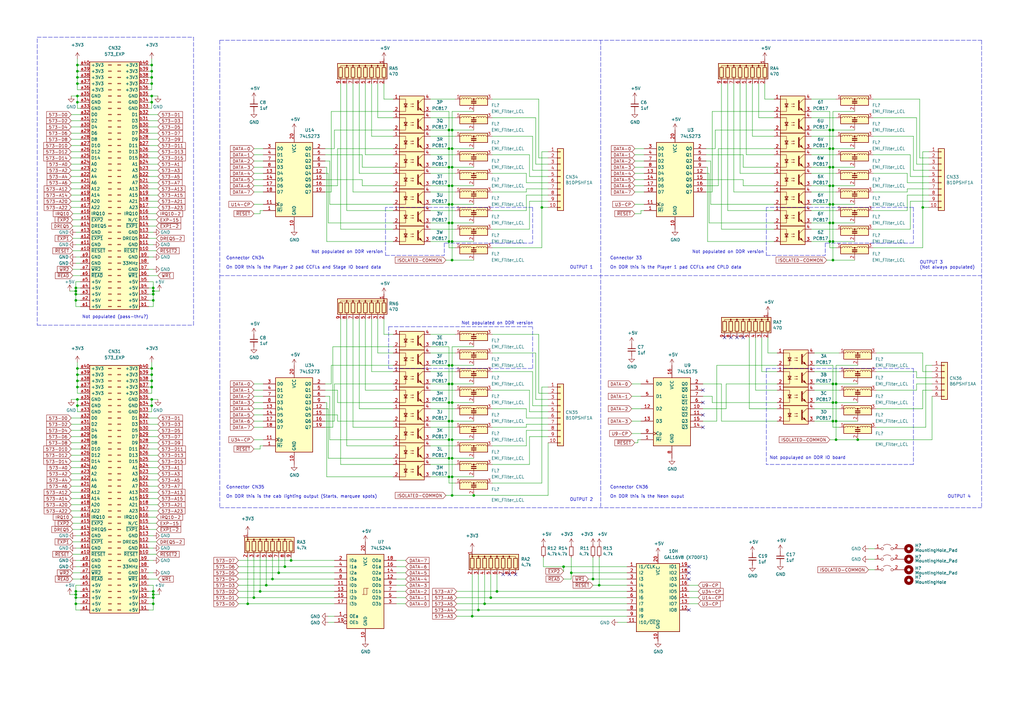
<source format=kicad_sch>
(kicad_sch (version 20211123) (generator eeschema)
  (paper "A3")
  (junction (at 341.63 99.06))
  (junction (at 184.15 172.72))
  (junction (at 31.115 123.19))
  (junction (at 31.115 120.65))
  (junction (at 340.36 60.96))
  (junction (at 378.46 85.09))
  (junction (at 185.42 187.96))
  (junction (at 184.15 53.34))
  (junction (at 231.14 232.41))
  (junction (at 184.15 99.06))
  (junction (at 185.42 180.34))
  (junction (at 62.23 31.75))
  (junction (at 341.63 157.48))
  (junction (at 62.23 158.75))
  (junction (at 31.75 156.21))
  (junction (at 184.15 149.86))
  (junction (at 185.42 53.34))
  (junction (at 342.9 172.72))
  (junction (at 185.42 106.68))
  (junction (at 184.15 60.96))
  (junction (at 62.865 118.11))
  (junction (at 234.315 234.95))
  (junction (at 62.865 243.84))
  (junction (at 194.31 203.2))
  (junction (at 185.42 60.96))
  (junction (at 185.42 91.44))
  (junction (at 184.15 165.1))
  (junction (at 340.36 68.58))
  (junction (at 62.23 41.91))
  (junction (at 184.15 76.2))
  (junction (at 185.42 165.1))
  (junction (at 201.295 245.11))
  (junction (at 185.42 157.48))
  (junction (at 31.75 163.83))
  (junction (at 31.75 41.91))
  (junction (at 62.23 166.37))
  (junction (at 184.15 180.34))
  (junction (at 31.115 243.84))
  (junction (at 340.36 99.06))
  (junction (at 62.23 151.13))
  (junction (at 184.15 157.48))
  (junction (at 31.115 118.11))
  (junction (at 31.75 31.75))
  (junction (at 62.23 29.21))
  (junction (at 185.42 195.58))
  (junction (at 184.15 187.96))
  (junction (at 185.42 203.2))
  (junction (at 31.75 151.13))
  (junction (at 184.15 91.44))
  (junction (at 104.14 245.11))
  (junction (at 62.865 120.65))
  (junction (at 184.15 83.82))
  (junction (at 351.79 180.34))
  (junction (at 341.63 106.68))
  (junction (at 62.865 119.38))
  (junction (at 341.63 172.72))
  (junction (at 114.3 234.95))
  (junction (at 185.42 83.82))
  (junction (at 62.865 242.57))
  (junction (at 31.75 39.37))
  (junction (at 31.115 119.38))
  (junction (at 342.9 180.34))
  (junction (at 31.75 158.75))
  (junction (at 340.36 76.2))
  (junction (at 31.75 153.67))
  (junction (at 342.9 165.1))
  (junction (at 203.835 242.57))
  (junction (at 31.115 247.65))
  (junction (at 62.23 156.21))
  (junction (at 341.63 60.96))
  (junction (at 198.755 247.65))
  (junction (at 62.865 123.19))
  (junction (at 62.23 39.37))
  (junction (at 185.42 76.2))
  (junction (at 341.63 76.2))
  (junction (at 119.38 229.87))
  (junction (at 62.865 247.65))
  (junction (at 340.36 53.34))
  (junction (at 245.745 240.03))
  (junction (at 341.63 165.1))
  (junction (at 31.75 29.21))
  (junction (at 31.75 34.29))
  (junction (at 340.36 91.44))
  (junction (at 185.42 99.06))
  (junction (at 196.215 250.19))
  (junction (at 62.23 26.67))
  (junction (at 341.63 91.44))
  (junction (at 62.23 153.67))
  (junction (at 342.9 157.48))
  (junction (at 116.84 232.41))
  (junction (at 31.115 242.57))
  (junction (at 185.42 149.86))
  (junction (at 341.63 83.82))
  (junction (at 185.42 68.58))
  (junction (at 62.23 163.83))
  (junction (at 31.75 26.67))
  (junction (at 341.63 53.34))
  (junction (at 185.42 172.72))
  (junction (at 31.115 245.11))
  (junction (at 222.25 85.09))
  (junction (at 31.75 166.37))
  (junction (at 340.36 83.82))
  (junction (at 184.15 68.58))
  (junction (at 62.23 34.29))
  (junction (at 184.15 195.58))
  (junction (at 62.865 245.11))
  (junction (at 111.76 237.49))
  (junction (at 109.22 240.03))
  (junction (at 341.63 68.58))
  (junction (at 106.68 242.57))
  (junction (at 243.205 237.49))
  (junction (at 193.675 252.73))
  (junction (at 101.6 247.65))
  (no_connect (at 288.29 165.1))
  (no_connect (at 288.29 175.26))
  (no_connect (at 288.29 170.18))
  (no_connect (at 288.29 160.02))
  (no_connect (at 302.26 138.43))
  (no_connect (at 297.18 138.43))
  (no_connect (at 282.575 237.49))
  (no_connect (at 282.575 234.95))
  (no_connect (at 304.8 138.43))
  (no_connect (at 282.575 232.41))
  (no_connect (at 208.915 235.585))
  (no_connect (at 211.455 235.585))
  (no_connect (at 206.375 235.585))
  (no_connect (at 282.575 250.19))
  (no_connect (at 299.72 138.43))
  (wire (pts (xy 196.215 250.19) (xy 196.215 235.585)))
  (wire (pts (xy 298.45 86.36) (xy 298.45 34.29)))
  (wire (pts (xy 306.07 63.5) (xy 306.07 34.29)))
  (wire (pts (xy 176.53 187.96) (xy 184.15 187.96)))
  (wire (pts (xy 259.08 157.48) (xy 262.89 157.48)))
  (wire (pts (xy 187.325 252.73) (xy 193.675 252.73)))
  (wire (pts (xy 62.865 120.65) (xy 60.96 120.65)))
  (wire (pts (xy 62.23 158.75) (xy 62.23 161.29)))
  (wire (pts (xy 381 62.23) (xy 378.46 62.23)))
  (wire (pts (xy 104.14 245.11) (xy 104.14 228.6)))
  (wire (pts (xy 161.29 63.5) (xy 149.86 63.5)))
  (wire (pts (xy 341.63 68.58) (xy 341.63 76.2)))
  (wire (pts (xy 304.8 68.58) (xy 317.5 68.58)))
  (wire (pts (xy 314.96 144.78) (xy 318.77 144.78)))
  (wire (pts (xy 291.465 83.82) (xy 317.5 83.82)))
  (polyline (pts (xy 159.385 151.13) (xy 218.44 151.13)))
  (wire (pts (xy 312.42 152.4) (xy 312.42 138.43)))
  (polyline (pts (xy 90.17 16.51) (xy 90.17 208.28)))
  (wire (pts (xy 161.29 175.26) (xy 144.78 175.26)))
  (wire (pts (xy 62.23 166.37) (xy 60.96 166.37)))
  (wire (pts (xy 114.3 234.95) (xy 114.3 228.6)))
  (wire (pts (xy 135.255 66.04) (xy 133.35 66.04)))
  (wire (pts (xy 260.35 73.66) (xy 264.16 73.66)))
  (wire (pts (xy 184.15 76.2) (xy 184.15 68.58)))
  (wire (pts (xy 341.63 60.96) (xy 341.63 68.58)))
  (wire (pts (xy 111.76 237.49) (xy 111.76 228.6)))
  (wire (pts (xy 297.815 157.48) (xy 297.815 167.64)))
  (wire (pts (xy 62.865 118.11) (xy 60.96 118.11)))
  (wire (pts (xy 31.115 118.11) (xy 33.02 118.11)))
  (wire (pts (xy 29.21 57.15) (xy 33.02 57.15)))
  (wire (pts (xy 157.48 130.81) (xy 157.48 137.16)))
  (wire (pts (xy 201.93 137.16) (xy 220.98 137.16)))
  (wire (pts (xy 64.135 222.25) (xy 60.96 222.25)))
  (wire (pts (xy 186.69 86.36) (xy 176.53 86.36)))
  (wire (pts (xy 379.73 149.86) (xy 379.73 175.26)))
  (polyline (pts (xy 90.17 208.28) (xy 402.59 208.28)))
  (wire (pts (xy 260.35 87.63) (xy 262.89 87.63)))
  (wire (pts (xy 381 80.01) (xy 372.11 80.01)))
  (wire (pts (xy 60.96 69.85) (xy 64.77 69.85)))
  (wire (pts (xy 60.96 54.61) (xy 64.77 54.61)))
  (wire (pts (xy 134.62 91.44) (xy 161.29 91.44)))
  (wire (pts (xy 62.865 120.65) (xy 62.865 119.38)))
  (wire (pts (xy 107.95 182.88) (xy 106.68 182.88)))
  (wire (pts (xy 62.23 24.13) (xy 62.23 26.67)))
  (wire (pts (xy 222.25 101.6) (xy 222.25 85.09)))
  (wire (pts (xy 60.96 171.45) (xy 64.77 171.45)))
  (wire (pts (xy 133.985 195.58) (xy 161.29 195.58)))
  (wire (pts (xy 292.1 45.72) (xy 317.5 45.72)))
  (wire (pts (xy 104.14 87.63) (xy 106.68 87.63)))
  (wire (pts (xy 340.36 68.58) (xy 340.36 60.96)))
  (wire (pts (xy 62.865 95.25) (xy 60.96 95.25)))
  (wire (pts (xy 184.15 180.34) (xy 184.15 172.72)))
  (wire (pts (xy 134.62 71.12) (xy 133.35 71.12)))
  (wire (pts (xy 184.15 45.72) (xy 184.15 53.34)))
  (wire (pts (xy 62.865 247.65) (xy 62.865 245.11)))
  (wire (pts (xy 220.98 161.29) (xy 220.98 137.16)))
  (wire (pts (xy 372.11 86.36) (xy 358.14 86.36)))
  (wire (pts (xy 64.77 85.09) (xy 60.96 85.09)))
  (wire (pts (xy 186.69 182.88) (xy 176.53 182.88)))
  (polyline (pts (xy 374.65 151.13) (xy 374.65 190.5)))
  (wire (pts (xy 62.865 250.19) (xy 62.865 247.65)))
  (wire (pts (xy 245.745 228.6) (xy 245.745 240.03)))
  (polyline (pts (xy 374.65 85.09) (xy 374.65 99.695)))
  (wire (pts (xy 157.48 40.64) (xy 161.29 40.64)))
  (wire (pts (xy 176.53 45.72) (xy 184.15 45.72)))
  (wire (pts (xy 62.865 100.33) (xy 60.96 100.33)))
  (wire (pts (xy 60.96 181.61) (xy 64.77 181.61)))
  (wire (pts (xy 106.68 242.57) (xy 97.79 242.57)))
  (wire (pts (xy 114.3 234.95) (xy 137.16 234.95)))
  (wire (pts (xy 133.35 63.5) (xy 148.59 63.5)))
  (wire (pts (xy 60.96 44.45) (xy 62.23 44.45)))
  (wire (pts (xy 344.17 144.78) (xy 334.01 144.78)))
  (wire (pts (xy 106.68 242.57) (xy 137.16 242.57)))
  (wire (pts (xy 231.14 232.41) (xy 231.14 234.315)))
  (wire (pts (xy 64.135 90.17) (xy 60.96 90.17)))
  (wire (pts (xy 161.29 93.98) (xy 139.7 93.98)))
  (polyline (pts (xy 314.325 151.13) (xy 374.65 151.13)))
  (wire (pts (xy 381 77.47) (xy 372.11 77.47)))
  (wire (pts (xy 60.96 176.53) (xy 64.77 176.53)))
  (wire (pts (xy 62.23 168.91) (xy 62.23 166.37)))
  (wire (pts (xy 341.63 99.06) (xy 350.52 99.06)))
  (wire (pts (xy 135.89 157.48) (xy 133.35 157.48)))
  (wire (pts (xy 381 82.55) (xy 373.38 82.55)))
  (wire (pts (xy 304.8 63.5) (xy 304.8 68.58)))
  (wire (pts (xy 149.86 63.5) (xy 149.86 34.29)))
  (wire (pts (xy 224.79 72.39) (xy 217.17 72.39)))
  (wire (pts (xy 136.525 142.24) (xy 161.29 142.24)))
  (wire (pts (xy 133.35 172.72) (xy 137.16 172.72)))
  (wire (pts (xy 224.79 173.99) (xy 215.9 173.99)))
  (wire (pts (xy 62.865 242.57) (xy 60.96 242.57)))
  (polyline (pts (xy 182.245 99.695) (xy 182.245 104.775)))
  (polyline (pts (xy 218.44 99.695) (xy 182.245 99.695)))
  (wire (pts (xy 259.08 162.56) (xy 262.89 162.56)))
  (wire (pts (xy 342.9 172.72) (xy 351.79 172.72)))
  (wire (pts (xy 119.38 229.87) (xy 137.16 229.87)))
  (wire (pts (xy 224.79 181.61) (xy 224.79 203.2)))
  (wire (pts (xy 29.21 64.77) (xy 33.02 64.77)))
  (wire (pts (xy 29.21 207.01) (xy 33.02 207.01)))
  (wire (pts (xy 116.84 232.41) (xy 116.84 228.6)))
  (wire (pts (xy 185.42 187.96) (xy 185.42 195.58)))
  (wire (pts (xy 341.63 165.1) (xy 341.63 157.48)))
  (wire (pts (xy 154.94 130.81) (xy 154.94 144.78)))
  (wire (pts (xy 260.35 63.5) (xy 264.16 63.5)))
  (wire (pts (xy 317.5 71.12) (xy 303.53 71.12)))
  (wire (pts (xy 29.21 184.15) (xy 33.02 184.15)))
  (polyline (pts (xy 314.325 151.13) (xy 314.325 190.5)))
  (wire (pts (xy 341.63 175.26) (xy 341.63 172.72)))
  (wire (pts (xy 340.36 53.34) (xy 332.74 53.34)))
  (wire (pts (xy 29.845 217.17) (xy 33.02 217.17)))
  (wire (pts (xy 332.74 91.44) (xy 340.36 91.44)))
  (wire (pts (xy 104.14 83.82) (xy 107.95 83.82)))
  (wire (pts (xy 29.845 87.63) (xy 33.02 87.63)))
  (wire (pts (xy 334.01 149.86) (xy 341.63 149.86)))
  (wire (pts (xy 224.79 80.01) (xy 215.9 80.01)))
  (wire (pts (xy 62.23 26.67) (xy 60.96 26.67)))
  (wire (pts (xy 29.21 181.61) (xy 33.02 181.61)))
  (wire (pts (xy 134.62 255.27) (xy 137.16 255.27)))
  (wire (pts (xy 224.79 67.31) (xy 219.71 67.31)))
  (wire (pts (xy 29.845 222.25) (xy 33.02 222.25)))
  (wire (pts (xy 31.75 26.67) (xy 33.02 26.67)))
  (wire (pts (xy 104.14 68.58) (xy 107.95 68.58)))
  (wire (pts (xy 303.53 71.12) (xy 303.53 34.29)))
  (wire (pts (xy 185.42 76.2) (xy 185.42 83.82)))
  (wire (pts (xy 31.115 240.03) (xy 33.02 240.03)))
  (wire (pts (xy 134.62 187.96) (xy 134.62 167.64)))
  (wire (pts (xy 342.9 149.86) (xy 342.9 157.48)))
  (wire (pts (xy 29.21 85.09) (xy 33.02 85.09)))
  (wire (pts (xy 60.96 194.31) (xy 64.77 194.31)))
  (wire (pts (xy 262.89 86.36) (xy 262.89 87.63)))
  (wire (pts (xy 318.77 167.64) (xy 307.34 167.64)))
  (polyline (pts (xy 15.24 133.35) (xy 79.375 133.35)))
  (wire (pts (xy 294.005 149.86) (xy 318.77 149.86)))
  (wire (pts (xy 215.9 77.47) (xy 215.9 78.74)))
  (wire (pts (xy 31.115 119.38) (xy 31.115 118.11)))
  (wire (pts (xy 104.14 175.26) (xy 107.95 175.26)))
  (wire (pts (xy 224.79 62.23) (xy 222.25 62.23)))
  (wire (pts (xy 176.53 195.58) (xy 184.15 195.58)))
  (wire (pts (xy 342.9 93.98) (xy 332.74 93.98)))
  (wire (pts (xy 334.01 172.72) (xy 341.63 172.72)))
  (polyline (pts (xy 158.115 104.775) (xy 182.245 104.775)))
  (wire (pts (xy 62.865 125.73) (xy 62.865 123.19)))
  (wire (pts (xy 264.16 86.36) (xy 262.89 86.36)))
  (wire (pts (xy 62.23 166.37) (xy 62.23 163.83)))
  (wire (pts (xy 60.96 64.77) (xy 64.77 64.77)))
  (wire (pts (xy 116.84 232.41) (xy 97.79 232.41)))
  (wire (pts (xy 133.35 76.2) (xy 138.43 76.2)))
  (polyline (pts (xy 314.325 104.775) (xy 338.455 104.775)))
  (wire (pts (xy 375.92 152.4) (xy 375.92 154.94)))
  (wire (pts (xy 198.755 247.65) (xy 257.175 247.65)))
  (wire (pts (xy 217.17 93.98) (xy 201.93 93.98)))
  (wire (pts (xy 62.23 31.75) (xy 62.23 34.29)))
  (wire (pts (xy 29.21 171.45) (xy 33.02 171.45)))
  (polyline (pts (xy 158.115 85.09) (xy 158.115 104.775)))
  (wire (pts (xy 29.21 67.31) (xy 33.02 67.31)))
  (wire (pts (xy 182.88 203.2) (xy 185.42 203.2)))
  (wire (pts (xy 317.5 86.36) (xy 298.45 86.36)))
  (wire (pts (xy 332.74 76.2) (xy 340.36 76.2)))
  (wire (pts (xy 289.56 76.2) (xy 294.64 76.2)))
  (wire (pts (xy 31.115 120.65) (xy 31.115 119.38)))
  (wire (pts (xy 29.845 234.95) (xy 33.02 234.95)))
  (wire (pts (xy 294.64 60.96) (xy 317.5 60.96)))
  (wire (pts (xy 62.23 31.75) (xy 60.96 31.75)))
  (polyline (pts (xy 15.24 15.875) (xy 15.24 133.35)))
  (wire (pts (xy 64.135 92.71) (xy 60.96 92.71)))
  (wire (pts (xy 185.42 68.58) (xy 194.31 68.58)))
  (wire (pts (xy 290.83 91.44) (xy 317.5 91.44)))
  (wire (pts (xy 29.845 214.63) (xy 33.02 214.63)))
  (wire (pts (xy 184.15 149.86) (xy 176.53 149.86)))
  (wire (pts (xy 341.63 45.72) (xy 350.52 45.72)))
  (wire (pts (xy 292.1 165.1) (xy 292.1 162.56)))
  (wire (pts (xy 342.9 149.86) (xy 351.79 149.86)))
  (wire (pts (xy 382.27 154.94) (xy 375.92 154.94)))
  (wire (pts (xy 359.41 167.64) (xy 378.46 167.64)))
  (wire (pts (xy 62.23 148.59) (xy 62.23 151.13)))
  (wire (pts (xy 187.325 247.65) (xy 198.755 247.65)))
  (wire (pts (xy 340.36 91.44) (xy 340.36 83.82)))
  (wire (pts (xy 187.325 245.11) (xy 201.295 245.11)))
  (wire (pts (xy 29.845 92.71) (xy 33.02 92.71)))
  (polyline (pts (xy 314.325 85.09) (xy 314.325 104.775)))
  (wire (pts (xy 64.77 77.47) (xy 60.96 77.47)))
  (wire (pts (xy 152.4 130.81) (xy 152.4 152.4)))
  (wire (pts (xy 201.93 40.64) (xy 220.98 40.64)))
  (wire (pts (xy 104.14 172.72) (xy 107.95 172.72)))
  (wire (pts (xy 351.79 180.34) (xy 382.27 180.34)))
  (wire (pts (xy 31.75 31.75) (xy 33.02 31.75)))
  (wire (pts (xy 149.86 160.02) (xy 149.86 130.81)))
  (wire (pts (xy 185.42 187.96) (xy 194.31 187.96)))
  (wire (pts (xy 341.63 83.82) (xy 341.63 91.44)))
  (polyline (pts (xy 159.385 133.985) (xy 159.385 151.13)))
  (wire (pts (xy 148.59 76.2) (xy 161.29 76.2)))
  (wire (pts (xy 144.78 175.26) (xy 144.78 130.81)))
  (wire (pts (xy 358.14 101.6) (xy 378.46 101.6)))
  (wire (pts (xy 138.43 170.18) (xy 138.43 172.72)))
  (wire (pts (xy 340.36 76.2) (xy 340.36 68.58)))
  (wire (pts (xy 340.36 99.06) (xy 340.36 101.6)))
  (wire (pts (xy 29.21 82.55) (xy 33.02 82.55)))
  (wire (pts (xy 378.46 101.6) (xy 378.46 85.09)))
  (wire (pts (xy 186.69 144.78) (xy 176.53 144.78)))
  (wire (pts (xy 378.46 85.09) (xy 381 85.09)))
  (wire (pts (xy 182.88 106.68) (xy 185.42 106.68)))
  (wire (pts (xy 31.75 36.83) (xy 33.02 36.83)))
  (wire (pts (xy 186.69 78.74) (xy 176.53 78.74)))
  (wire (pts (xy 234.315 234.95) (xy 234.315 228.6)))
  (wire (pts (xy 198.755 235.585) (xy 198.755 247.65)))
  (wire (pts (xy 290.195 68.58) (xy 290.195 99.06)))
  (wire (pts (xy 33.02 125.73) (xy 31.115 125.73)))
  (wire (pts (xy 60.96 179.07) (xy 64.77 179.07)))
  (polyline (pts (xy 218.44 151.13) (xy 218.44 133.985)))
  (wire (pts (xy 62.865 247.65) (xy 60.96 247.65)))
  (wire (pts (xy 185.42 76.2) (xy 194.31 76.2)))
  (wire (pts (xy 295.91 93.98) (xy 295.91 34.29)))
  (wire (pts (xy 318.77 160.02) (xy 309.88 160.02)))
  (wire (pts (xy 224.79 168.91) (xy 217.17 168.91)))
  (wire (pts (xy 215.9 86.36) (xy 201.93 86.36)))
  (wire (pts (xy 29.845 227.33) (xy 33.02 227.33)))
  (wire (pts (xy 104.14 71.12) (xy 107.95 71.12)))
  (wire (pts (xy 33.02 168.91) (xy 31.75 168.91)))
  (wire (pts (xy 294.64 76.2) (xy 294.64 60.96)))
  (wire (pts (xy 60.96 184.15) (xy 64.77 184.15)))
  (wire (pts (xy 201.295 245.11) (xy 201.295 235.585)))
  (wire (pts (xy 31.115 243.84) (xy 31.115 242.57)))
  (wire (pts (xy 185.42 68.58) (xy 185.42 76.2)))
  (wire (pts (xy 161.29 55.88) (xy 152.4 55.88)))
  (wire (pts (xy 184.15 157.48) (xy 184.15 149.86)))
  (wire (pts (xy 261.62 181.61) (xy 260.35 181.61)))
  (wire (pts (xy 185.42 99.06) (xy 194.31 99.06)))
  (wire (pts (xy 62.865 234.95) (xy 60.96 234.95)))
  (wire (pts (xy 136.525 175.26) (xy 136.525 142.24)))
  (wire (pts (xy 104.14 160.02) (xy 107.95 160.02)))
  (wire (pts (xy 29.21 74.93) (xy 33.02 74.93)))
  (wire (pts (xy 201.93 55.88) (xy 218.44 55.88)))
  (wire (pts (xy 137.16 157.48) (xy 137.16 172.72)))
  (wire (pts (xy 215.9 80.01) (xy 215.9 86.36)))
  (wire (pts (xy 185.42 60.96) (xy 185.42 68.58)))
  (wire (pts (xy 185.42 195.58) (xy 194.31 195.58)))
  (wire (pts (xy 104.14 167.64) (xy 107.95 167.64)))
  (wire (pts (xy 341.63 60.96) (xy 350.52 60.96)))
  (polyline (pts (xy 374.65 85.09) (xy 314.325 85.09)))
  (wire (pts (xy 372.11 77.47) (xy 372.11 78.74)))
  (wire (pts (xy 359.41 160.02) (xy 375.92 160.02)))
  (wire (pts (xy 307.34 167.64) (xy 307.34 138.43)))
  (wire (pts (xy 31.75 156.21) (xy 33.02 156.21)))
  (wire (pts (xy 231.14 232.41) (xy 222.885 232.41)))
  (wire (pts (xy 62.23 44.45) (xy 62.23 41.91)))
  (wire (pts (xy 215.9 167.64) (xy 201.93 167.64)))
  (wire (pts (xy 224.79 163.83) (xy 219.71 163.83)))
  (wire (pts (xy 161.29 160.02) (xy 149.86 160.02)))
  (wire (pts (xy 133.985 68.58) (xy 133.35 68.58)))
  (wire (pts (xy 133.985 165.1) (xy 133.985 195.58)))
  (wire (pts (xy 62.865 229.87) (xy 60.96 229.87)))
  (wire (pts (xy 243.205 240.03) (xy 245.745 240.03)))
  (wire (pts (xy 138.43 160.02) (xy 138.43 165.1)))
  (wire (pts (xy 101.6 247.65) (xy 101.6 228.6)))
  (wire (pts (xy 142.24 86.36) (xy 142.24 34.29)))
  (wire (pts (xy 260.35 60.96) (xy 264.16 60.96)))
  (wire (pts (xy 148.59 73.66) (xy 148.59 76.2)))
  (wire (pts (xy 339.09 106.68) (xy 341.63 106.68)))
  (wire (pts (xy 104.14 245.11) (xy 97.79 245.11)))
  (wire (pts (xy 185.42 83.82) (xy 194.31 83.82)))
  (wire (pts (xy 176.53 76.2) (xy 184.15 76.2)))
  (wire (pts (xy 31.75 148.59) (xy 31.75 151.13)))
  (wire (pts (xy 286.385 245.11) (xy 282.575 245.11)))
  (wire (pts (xy 220.98 64.77) (xy 220.98 40.64)))
  (wire (pts (xy 144.78 78.74) (xy 144.78 34.29)))
  (wire (pts (xy 231.14 237.49) (xy 234.315 237.49)))
  (wire (pts (xy 313.69 40.64) (xy 317.5 40.64)))
  (wire (pts (xy 344.17 152.4) (xy 334.01 152.4)))
  (wire (pts (xy 185.42 203.2) (xy 194.31 203.2)))
  (wire (pts (xy 359.41 175.26) (xy 379.73 175.26)))
  (wire (pts (xy 185.42 142.24) (xy 194.31 142.24)))
  (wire (pts (xy 341.63 53.34) (xy 341.63 60.96)))
  (wire (pts (xy 186.69 190.5) (xy 176.53 190.5)))
  (polyline (pts (xy 159.385 133.985) (xy 218.44 133.985)))
  (wire (pts (xy 340.36 101.6) (xy 342.9 101.6)))
  (wire (pts (xy 31.115 100.33) (xy 33.02 100.33)))
  (wire (pts (xy 101.6 247.65) (xy 137.16 247.65)))
  (wire (pts (xy 62.865 245.11) (xy 60.96 245.11)))
  (wire (pts (xy 60.96 196.85) (xy 64.77 196.85)))
  (wire (pts (xy 135.89 45.72) (xy 135.89 78.74)))
  (wire (pts (xy 372.11 80.01) (xy 372.11 86.36)))
  (wire (pts (xy 97.79 234.95) (xy 114.3 234.95)))
  (wire (pts (xy 217.17 168.91) (xy 217.17 160.02)))
  (wire (pts (xy 29.21 46.99) (xy 33.02 46.99)))
  (wire (pts (xy 139.7 93.98) (xy 139.7 34.29)))
  (polyline (pts (xy 374.65 190.5) (xy 314.325 190.5)))
  (wire (pts (xy 31.75 44.45) (xy 31.75 41.91)))
  (wire (pts (xy 219.71 67.31) (xy 219.71 48.26)))
  (wire (pts (xy 332.74 83.82) (xy 340.36 83.82)))
  (wire (pts (xy 185.42 165.1) (xy 194.31 165.1)))
  (wire (pts (xy 224.79 179.07) (xy 217.17 179.07)))
  (wire (pts (xy 317.5 55.88) (xy 308.61 55.88)))
  (wire (pts (xy 186.69 40.64) (xy 176.53 40.64)))
  (wire (pts (xy 29.21 173.99) (xy 33.02 173.99)))
  (wire (pts (xy 201.295 245.11) (xy 257.175 245.11)))
  (wire (pts (xy 134.62 252.73) (xy 137.16 252.73)))
  (wire (pts (xy 342.9 172.72) (xy 342.9 180.34)))
  (polyline (pts (xy 90.17 16.51) (xy 402.59 16.51)))
  (wire (pts (xy 161.29 48.26) (xy 154.94 48.26)))
  (wire (pts (xy 166.37 245.11) (xy 162.56 245.11)))
  (wire (pts (xy 176.53 91.44) (xy 184.15 91.44)))
  (wire (pts (xy 217.17 82.55) (xy 217.17 93.98)))
  (wire (pts (xy 64.77 207.01) (xy 60.96 207.01)))
  (wire (pts (xy 340.36 180.34) (xy 342.9 180.34)))
  (wire (pts (xy 304.8 73.66) (xy 304.8 76.2)))
  (wire (pts (xy 378.46 144.78) (xy 378.46 152.4)))
  (wire (pts (xy 224.79 158.75) (xy 222.25 158.75)))
  (wire (pts (xy 224.79 166.37) (xy 218.44 166.37)))
  (wire (pts (xy 137.16 53.34) (xy 161.29 53.34)))
  (wire (pts (xy 147.32 71.12) (xy 147.32 34.29)))
  (wire (pts (xy 217.17 190.5) (xy 201.93 190.5)))
  (wire (pts (xy 185.42 91.44) (xy 185.42 99.06)))
  (wire (pts (xy 224.79 82.55) (xy 217.17 82.55)))
  (wire (pts (xy 135.255 180.34) (xy 161.29 180.34)))
  (wire (pts (xy 372.11 74.93) (xy 372.11 71.12)))
  (wire (pts (xy 142.24 182.88) (xy 142.24 130.81)))
  (wire (pts (xy 295.91 157.48) (xy 295.91 172.72)))
  (wire (pts (xy 166.37 242.57) (xy 162.56 242.57)))
  (wire (pts (xy 62.865 245.11) (xy 62.865 243.84)))
  (wire (pts (xy 62.23 151.13) (xy 60.96 151.13)))
  (wire (pts (xy 185.42 157.48) (xy 185.42 165.1)))
  (wire (pts (xy 62.865 115.57) (xy 60.96 115.57)))
  (wire (pts (xy 193.675 252.73) (xy 257.175 252.73)))
  (wire (pts (xy 62.865 243.84) (xy 62.865 242.57)))
  (wire (pts (xy 300.99 78.74) (xy 300.99 34.29)))
  (wire (pts (xy 31.75 153.67) (xy 33.02 153.67)))
  (wire (pts (xy 104.14 60.96) (xy 107.95 60.96)))
  (wire (pts (xy 31.115 115.57) (xy 33.02 115.57)))
  (wire (pts (xy 62.23 26.67) (xy 62.23 29.21)))
  (wire (pts (xy 31.115 224.79) (xy 33.02 224.79)))
  (wire (pts (xy 341.63 149.86) (xy 341.63 157.48)))
  (wire (pts (xy 31.75 158.75) (xy 33.02 158.75)))
  (wire (pts (xy 29.845 113.03) (xy 33.02 113.03)))
  (wire (pts (xy 262.89 180.34) (xy 261.62 180.34)))
  (wire (pts (xy 381 64.77) (xy 377.19 64.77)))
  (wire (pts (xy 356.235 225.044) (xy 358.775 225.044)))
  (wire (pts (xy 31.115 245.11) (xy 31.115 243.84)))
  (wire (pts (xy 201.93 152.4) (xy 218.44 152.4)))
  (wire (pts (xy 215.9 173.99) (xy 215.9 175.26)))
  (wire (pts (xy 29.21 176.53) (xy 33.02 176.53)))
  (wire (pts (xy 288.29 157.48) (xy 295.91 157.48)))
  (wire (pts (xy 259.08 172.72) (xy 262.89 172.72)))
  (wire (pts (xy 332.74 68.58) (xy 340.36 68.58)))
  (wire (pts (xy 292.1 78.74) (xy 289.56 78.74)))
  (wire (pts (xy 382.27 152.4) (xy 378.46 152.4)))
  (wire (pts (xy 382.27 162.56) (xy 382.27 180.34)))
  (wire (pts (xy 135.255 83.82) (xy 161.29 83.82)))
  (wire (pts (xy 234.315 234.95) (xy 234.315 237.49)))
  (wire (pts (xy 133.35 165.1) (xy 133.985 165.1)))
  (wire (pts (xy 332.74 45.72) (xy 340.36 45.72)))
  (wire (pts (xy 60.96 168.91) (xy 62.23 168.91)))
  (wire (pts (xy 29.21 59.69) (xy 33.02 59.69)))
  (wire (pts (xy 29.21 179.07) (xy 33.02 179.07)))
  (wire (pts (xy 31.75 161.29) (xy 33.02 161.29)))
  (wire (pts (xy 31.75 41.91) (xy 31.75 39.37)))
  (wire (pts (xy 29.21 80.01) (xy 33.02 80.01)))
  (wire (pts (xy 60.96 46.99) (xy 64.77 46.99)))
  (wire (pts (xy 185.42 149.86) (xy 185.42 157.48)))
  (wire (pts (xy 342.9 78.74) (xy 332.74 78.74)))
  (wire (pts (xy 201.93 48.26) (xy 219.71 48.26)))
  (wire (pts (xy 29.845 102.87) (xy 33.02 102.87)))
  (wire (pts (xy 29.21 201.93) (xy 33.02 201.93)))
  (wire (pts (xy 60.96 62.23) (xy 64.77 62.23)))
  (wire (pts (xy 308.61 55.88) (xy 308.61 34.29)))
  (wire (pts (xy 62.23 41.91) (xy 60.96 41.91)))
  (wire (pts (xy 31.115 242.57) (xy 31.115 240.03)))
  (wire (pts (xy 342.9 48.26) (xy 332.74 48.26)))
  (wire (pts (xy 378.46 167.64) (xy 378.46 160.02)))
  (wire (pts (xy 372.11 71.12) (xy 358.14 71.12)))
  (wire (pts (xy 373.38 63.5) (xy 358.14 63.5)))
  (wire (pts (xy 133.35 175.26) (xy 136.525 175.26)))
  (wire (pts (xy 186.69 93.98) (xy 176.53 93.98)))
  (wire (pts (xy 245.745 240.03) (xy 257.175 240.03)))
  (wire (pts (xy 161.29 167.64) (xy 147.32 167.64)))
  (wire (pts (xy 139.7 130.81) (xy 139.7 190.5)))
  (wire (pts (xy 62.23 34.29) (xy 60.96 34.29)))
  (wire (pts (xy 135.89 149.86) (xy 135.89 157.48)))
  (wire (pts (xy 186.69 63.5) (xy 176.53 63.5)))
  (wire (pts (xy 60.96 59.69) (xy 64.77 59.69)))
  (wire (pts (xy 154.94 48.26) (xy 154.94 34.29)))
  (wire (pts (xy 344.17 167.64) (xy 334.01 167.64)))
  (wire (pts (xy 161.29 86.36) (xy 142.24 86.36)))
  (wire (pts (xy 109.22 240.03) (xy 137.16 240.03)))
  (wire (pts (xy 186.69 167.64) (xy 176.53 167.64)))
  (polyline (pts (xy 15.24 15.24) (xy 79.375 15.24)))
  (wire (pts (xy 31.115 107.95) (xy 33.02 107.95)))
  (wire (pts (xy 33.02 44.45) (xy 31.75 44.45)))
  (wire (pts (xy 166.37 247.65) (xy 162.56 247.65)))
  (wire (pts (xy 62.865 123.19) (xy 62.865 120.65)))
  (wire (pts (xy 297.815 157.48) (xy 318.77 157.48)))
  (wire (pts (xy 104.14 170.18) (xy 107.95 170.18)))
  (wire (pts (xy 203.835 235.585) (xy 203.835 242.57)))
  (wire (pts (xy 101.6 247.65) (xy 97.79 247.65)))
  (wire (pts (xy 138.43 60.96) (xy 161.29 60.96)))
  (wire (pts (xy 224.79 171.45) (xy 215.9 171.45)))
  (wire (pts (xy 64.135 97.79) (xy 60.96 97.79)))
  (wire (pts (xy 60.96 57.15) (xy 64.77 57.15)))
  (wire (pts (xy 29.845 237.49) (xy 33.02 237.49)))
  (wire (pts (xy 62.865 118.11) (xy 62.865 115.57)))
  (wire (pts (xy 60.96 189.23) (xy 64.77 189.23)))
  (wire (pts (xy 176.53 68.58) (xy 184.15 68.58)))
  (wire (pts (xy 60.96 67.31) (xy 64.77 67.31)))
  (wire (pts (xy 152.4 152.4) (xy 161.29 152.4)))
  (wire (pts (xy 341.63 76.2) (xy 341.63 83.82)))
  (wire (pts (xy 152.4 55.88) (xy 152.4 34.29)))
  (wire (pts (xy 31.75 158.75) (xy 31.75 161.29)))
  (wire (pts (xy 317.5 48.26) (xy 311.15 48.26)))
  (wire (pts (xy 104.14 184.15) (xy 106.68 184.15)))
  (wire (pts (xy 260.35 66.04) (xy 264.16 66.04)))
  (wire (pts (xy 358.14 48.26) (xy 375.92 48.26)))
  (wire (pts (xy 31.115 250.19) (xy 31.115 247.65)))
  (wire (pts (xy 176.53 60.96) (xy 184.15 60.96)))
  (wire (pts (xy 218.44 166.37) (xy 218.44 152.4)))
  (wire (pts (xy 290.195 99.06) (xy 317.5 99.06)))
  (wire (pts (xy 135.255 66.04) (xy 135.255 83.82)))
  (wire (pts (xy 342.9 86.36) (xy 332.74 86.36)))
  (wire (pts (xy 62.23 161.29) (xy 60.96 161.29)))
  (wire (pts (xy 176.53 165.1) (xy 184.15 165.1)))
  (wire (pts (xy 260.35 68.58) (xy 264.16 68.58)))
  (wire (pts (xy 222.885 232.41) (xy 222.885 228.6)))
  (wire (pts (xy 29.21 54.61) (xy 33.02 54.61)))
  (wire (pts (xy 133.985 68.58) (xy 133.985 99.06)))
  (wire (pts (xy 62.865 242.57) (xy 62.865 240.03)))
  (wire (pts (xy 194.31 203.2) (xy 224.79 203.2)))
  (wire (pts (xy 185.42 172.72) (xy 185.42 180.34)))
  (wire (pts (xy 62.23 34.29) (xy 62.23 36.83)))
  (wire (pts (xy 224.79 74.93) (xy 215.9 74.93)))
  (wire (pts (xy 290.83 71.12) (xy 290.83 91.44)))
  (wire (pts (xy 184.15 195.58) (xy 184.15 187.96)))
  (wire (pts (xy 31.115 123.19) (xy 31.115 120.65)))
  (wire (pts (xy 29.21 39.37) (xy 31.75 39.37)))
  (wire (pts (xy 65.405 243.84) (xy 62.865 243.84)))
  (wire (pts (xy 29.21 199.39) (xy 33.02 199.39)))
  (wire (pts (xy 243.205 237.49) (xy 257.175 237.49)))
  (wire (pts (xy 184.15 142.24) (xy 184.15 149.86)))
  (wire (pts (xy 31.115 105.41) (xy 33.02 105.41)))
  (wire (pts (xy 31.115 219.71) (xy 33.02 219.71)))
  (wire (pts (xy 340.36 60.96) (xy 340.36 53.34)))
  (wire (pts (xy 215.9 182.88) (xy 201.93 182.88)))
  (wire (pts (xy 293.37 53.34) (xy 317.5 53.34)))
  (wire (pts (xy 135.89 45.72) (xy 161.29 45.72)))
  (wire (pts (xy 317.5 76.2) (xy 304.8 76.2)))
  (wire (pts (xy 185.42 53.34) (xy 194.31 53.34)))
  (wire (pts (xy 60.96 212.09) (xy 64.135 212.09)))
  (wire (pts (xy 31.75 151.13) (xy 33.02 151.13)))
  (wire (pts (xy 382.27 149.86) (xy 379.73 149.86)))
  (wire (pts (xy 64.135 217.17) (xy 60.96 217.17)))
  (wire (pts (xy 332.74 99.06) (xy 340.36 99.06)))
  (wire (pts (xy 60.96 52.07) (xy 64.77 52.07)))
  (wire (pts (xy 176.53 99.06) (xy 184.15 99.06)))
  (polyline (pts (xy 246.38 16.51) (xy 246.38 208.28)))
  (wire (pts (xy 109.22 240.03) (xy 97.79 240.03)))
  (wire (pts (xy 259.08 177.8) (xy 262.89 177.8)))
  (wire (pts (xy 137.16 53.34) (xy 137.16 60.96)))
  (polyline (pts (xy 218.44 85.09) (xy 158.115 85.09)))
  (wire (pts (xy 222.25 85.09) (xy 224.79 85.09)))
  (wire (pts (xy 60.96 87.63) (xy 64.135 87.63)))
  (wire (pts (xy 381 72.39) (xy 373.38 72.39)))
  (wire (pts (xy 62.23 156.21) (xy 60.96 156.21)))
  (wire (pts (xy 374.65 69.85) (xy 374.65 55.88)))
  (wire (pts (xy 185.42 60.96) (xy 194.31 60.96)))
  (wire (pts (xy 166.37 234.95) (xy 162.56 234.95)))
  (wire (pts (xy 60.96 72.39) (xy 64.77 72.39)))
  (wire (pts (xy 359.41 152.4) (xy 375.92 152.4)))
  (wire (pts (xy 257.175 232.41) (xy 231.14 232.41)))
  (wire (pts (xy 215.9 78.74) (xy 201.93 78.74)))
  (wire (pts (xy 109.22 240.03) (xy 109.22 228.6)))
  (wire (pts (xy 356.235 229.362) (xy 358.775 229.362)))
  (wire (pts (xy 311.15 48.26) (xy 311.15 34.29)))
  (wire (pts (xy 217.17 63.5) (xy 201.93 63.5)))
  (wire (pts (xy 29.21 72.39) (xy 33.02 72.39)))
  (wire (pts (xy 62.23 158.75) (xy 60.96 158.75)))
  (wire (pts (xy 60.96 49.53) (xy 64.77 49.53)))
  (wire (pts (xy 344.17 175.26) (xy 341.63 175.26)))
  (wire (pts (xy 218.44 69.85) (xy 218.44 55.88)))
  (wire (pts (xy 217.17 72.39) (xy 217.17 63.5)))
  (wire (pts (xy 28.575 119.38) (xy 31.115 119.38)))
  (wire (pts (xy 161.29 71.12) (xy 147.32 71.12)))
  (wire (pts (xy 286.385 240.03) (xy 282.575 240.03)))
  (wire (pts (xy 317.5 93.98) (xy 295.91 93.98)))
  (wire (pts (xy 378.46 62.23) (xy 378.46 85.09)))
  (wire (pts (xy 309.88 160.02) (xy 309.88 138.43)))
  (wire (pts (xy 29.21 52.07) (xy 33.02 52.07)))
  (wire (pts (xy 185.42 83.82) (xy 185.42 91.44)))
  (wire (pts (xy 64.77 201.93) (xy 60.96 201.93)))
  (wire (pts (xy 62.23 29.21) (xy 62.23 31.75)))
  (wire (pts (xy 201.93 198.12) (xy 222.25 198.12)))
  (wire (pts (xy 222.25 158.75) (xy 222.25 198.12)))
  (wire (pts (xy 31.115 120.65) (xy 33.02 120.65)))
  (wire (pts (xy 342.9 165.1) (xy 342.9 172.72)))
  (polyline (pts (xy 79.375 133.35) (xy 79.375 15.24)))
  (wire (pts (xy 332.74 60.96) (xy 340.36 60.96)))
  (wire (pts (xy 135.89 149.86) (xy 161.29 149.86)))
  (wire (pts (xy 184.15 60.96) (xy 184.15 53.34)))
  (wire (pts (xy 28.575 243.84) (xy 31.115 243.84)))
  (wire (pts (xy 341.63 83.82) (xy 350.52 83.82)))
  (wire (pts (xy 224.79 64.77) (xy 220.98 64.77)))
  (wire (pts (xy 31.115 229.87) (xy 33.02 229.87)))
  (wire (pts (xy 184.15 101.6) (xy 186.69 101.6)))
  (wire (pts (xy 64.77 163.83) (xy 62.23 163.83)))
  (wire (pts (xy 342.9 63.5) (xy 332.74 63.5)))
  (wire (pts (xy 148.59 68.58) (xy 161.29 68.58)))
  (wire (pts (xy 62.23 151.13) (xy 62.23 153.67)))
  (wire (pts (xy 60.96 186.69) (xy 64.77 186.69)))
  (wire (pts (xy 137.16 157.48) (xy 161.29 157.48)))
  (wire (pts (xy 291.465 66.04) (xy 291.465 83.82)))
  (wire (pts (xy 317.5 78.74) (xy 300.99 78.74)))
  (wire (pts (xy 31.75 29.21) (xy 33.02 29.21)))
  (wire (pts (xy 184.15 195.58) (xy 184.15 198.12)))
  (wire (pts (xy 119.38 229.87) (xy 119.38 228.6)))
  (wire (pts (xy 134.62 167.64) (xy 133.35 167.64)))
  (wire (pts (xy 340.36 99.06) (xy 340.36 91.44)))
  (wire (pts (xy 342.9 180.34) (xy 351.79 180.34)))
  (wire (pts (xy 62.23 29.21) (xy 60.96 29.21)))
  (wire (pts (xy 185.42 91.44) (xy 194.31 91.44)))
  (wire (pts (xy 372.11 78.74) (xy 358.14 78.74)))
  (wire (pts (xy 243.205 237.49) (xy 243.205 228.6)))
  (wire (pts (xy 184.15 83.82) (xy 184.15 76.2)))
  (wire (pts (xy 29.21 186.69) (xy 33.02 186.69)))
  (wire (pts (xy 31.115 232.41) (xy 33.02 232.41)))
  (wire (pts (xy 219.71 163.83) (xy 219.71 144.78)))
  (wire (pts (xy 33.02 250.19) (xy 31.115 250.19)))
  (wire (pts (xy 358.14 40.64) (xy 377.19 40.64)))
  (wire (pts (xy 358.14 55.88) (xy 374.65 55.88)))
  (wire (pts (xy 166.37 229.87) (xy 162.56 229.87)))
  (wire (pts (xy 291.465 66.04) (xy 289.56 66.04)))
  (wire (pts (xy 215.9 171.45) (xy 215.9 167.64)))
  (wire (pts (xy 289.56 73.66) (xy 304.8 73.66)))
  (wire (pts (xy 340.36 45.72) (xy 340.36 53.34)))
  (wire (pts (xy 60.96 237.49) (xy 64.77 237.49)))
  (wire (pts (xy 31.75 168.91) (xy 31.75 166.37)))
  (wire (pts (xy 317.5 63.5) (xy 306.07 63.5)))
  (wire (pts (xy 217.17 160.02) (xy 201.93 160.02)))
  (wire (pts (xy 31.75 34.29) (xy 33.02 34.29)))
  (wire (pts (xy 290.83 71.12) (xy 289.56 71.12)))
  (wire (pts (xy 377.19 64.77) (xy 377.19 40.64)))
  (wire (pts (xy 224.79 176.53) (xy 215.9 176.53)))
  (wire (pts (xy 341.63 99.06) (xy 341.63 106.68)))
  (wire (pts (xy 193.675 252.73) (xy 193.675 235.585)))
  (wire (pts (xy 62.23 156.21) (xy 62.23 158.75)))
  (wire (pts (xy 62.865 105.41) (xy 60.96 105.41)))
  (wire (pts (xy 62.23 36.83) (xy 60.96 36.83)))
  (wire (pts (xy 29.21 204.47) (xy 33.02 204.47)))
  (wire (pts (xy 60.96 74.93) (xy 64.77 74.93)))
  (wire (pts (xy 29.845 97.79) (xy 33.02 97.79)))
  (wire (pts (xy 341.63 76.2) (xy 350.52 76.2)))
  (wire (pts (xy 341.63 45.72) (xy 341.63 53.34)))
  (wire (pts (xy 29.21 49.53) (xy 33.02 49.53)))
  (wire (pts (xy 257.175 234.95) (xy 234.315 234.95)))
  (wire (pts (xy 147.32 167.64) (xy 147.32 130.81)))
  (wire (pts (xy 133.35 73.66) (xy 148.59 73.66)))
  (wire (pts (xy 185.42 195.58) (xy 185.42 203.2)))
  (wire (pts (xy 64.77 209.55) (xy 60.96 209.55)))
  (wire (pts (xy 31.115 125.73) (xy 31.115 123.19)))
  (wire (pts (xy 186.69 55.88) (xy 176.53 55.88)))
  (wire (pts (xy 62.865 219.71) (xy 60.96 219.71)))
  (wire (pts (xy 31.115 123.19) (xy 33.02 123.19)))
  (wire (pts (xy 62.23 163.83) (xy 60.96 163.83)))
  (wire (pts (xy 29.21 191.77) (xy 33.02 191.77)))
  (wire (pts (xy 29.845 212.09) (xy 33.02 212.09)))
  (wire (pts (xy 29.21 194.31) (xy 33.02 194.31)))
  (wire (pts (xy 62.23 153.67) (xy 60.96 153.67)))
  (wire (pts (xy 342.9 157.48) (xy 351.79 157.48)))
  (wire (pts (xy 133.985 99.06) (xy 161.29 99.06)))
  (wire (pts (xy 166.37 240.03) (xy 162.56 240.03)))
  (wire (pts (xy 203.835 242.57) (xy 257.175 242.57)))
  (wire (pts (xy 104.14 180.34) (xy 107.95 180.34)))
  (wire (pts (xy 185.42 180.34) (xy 194.31 180.34)))
  (wire (pts (xy 31.75 41.91) (xy 33.02 41.91)))
  (wire (pts (xy 62.865 119.38) (xy 62.865 118.11)))
  (wire (pts (xy 133.35 60.96) (xy 137.16 60.96)))
  (wire (pts (xy 292.1 165.1) (xy 318.77 165.1)))
  (wire (pts (xy 176.53 83.82) (xy 184.15 83.82)))
  (wire (pts (xy 342.9 40.64) (xy 332.74 40.64)))
  (wire (pts (xy 185.42 180.34) (xy 185.42 187.96)))
  (wire (pts (xy 111.76 237.49) (xy 137.16 237.49)))
  (wire (pts (xy 138.43 172.72) (xy 161.29 172.72)))
  (wire (pts (xy 29.845 90.17) (xy 33.02 90.17)))
  (wire (pts (xy 184.15 172.72) (xy 184.15 165.1)))
  (wire (pts (xy 133.35 170.18) (xy 138.43 170.18)))
  (wire (pts (xy 135.255 162.56) (xy 135.255 180.34)))
  (wire (pts (xy 62.865 224.79) (xy 60.96 224.79)))
  (wire (pts (xy 375.92 160.02) (xy 375.92 157.48)))
  (wire (pts (xy 116.84 232.41) (xy 137.16 232.41)))
  (wire (pts (xy 185.42 45.72) (xy 194.31 45.72)))
  (wire (pts (xy 62.865 123.19) (xy 60.96 123.19)))
  (wire (pts (xy 31.75 34.29) (xy 31.75 36.83)))
  (wire (pts (xy 106.68 182.88) (xy 106.68 184.15)))
  (wire (pts (xy 104.14 165.1) (xy 107.95 165.1)))
  (wire (pts (xy 31.75 153.67) (xy 31.75 156.21)))
  (wire (pts (xy 184.15 165.1) (xy 184.15 157.48)))
  (wire (pts (xy 104.14 63.5) (xy 107.95 63.5)))
  (wire (pts (xy 359.41 144.78) (xy 378.46 144.78)))
  (wire (pts (xy 31.75 163.83) (xy 33.02 163.83)))
  (wire (pts (xy 313.69 34.29) (xy 313.69 40.64)))
  (wire (pts (xy 259.08 167.64) (xy 262.89 167.64)))
  (wire (pts (xy 342.9 71.12) (xy 332.74 71.12)))
  (wire (pts (xy 184.15 68.58) (xy 184.15 60.96)))
  (wire (pts (xy 29.21 77.47) (xy 33.02 77.47)))
  (wire (pts (xy 295.91 172.72) (xy 318.77 172.72)))
  (wire (pts (xy 186.69 137.16) (xy 176.53 137.16)))
  (wire (pts (xy 185.42 99.06) (xy 185.42 106.68)))
  (wire (pts (xy 187.325 242.57) (xy 203.835 242.57)))
  (wire (pts (xy 341.63 91.44) (xy 350.52 91.44)))
  (wire (pts (xy 185.42 157.48) (xy 194.31 157.48)))
  (wire (pts (xy 253.365 255.27) (xy 257.175 255.27)))
  (wire (pts (xy 222.25 62.23) (xy 222.25 85.09)))
  (wire (pts (xy 201.93 144.78) (xy 219.71 144.78)))
  (wire (pts (xy 62.865 110.49) (xy 60.96 110.49)))
  (wire (pts (xy 342.9 55.88) (xy 332.74 55.88)))
  (wire (pts (xy 289.56 63.5) (xy 304.8 63.5)))
  (wire (pts (xy 111.76 237.49) (xy 97.79 237.49)))
  (wire (pts (xy 260.35 71.12) (xy 264.16 71.12)))
  (wire (pts (xy 62.23 153.67) (xy 62.23 156.21)))
  (wire (pts (xy 104.14 162.56) (xy 107.95 162.56)))
  (wire (pts (xy 381 74.93) (xy 372.11 74.93)))
  (wire (pts (xy 62.23 41.91) (xy 62.23 39.37)))
  (wire (pts (xy 186.69 48.26) (xy 176.53 48.26)))
  (wire (pts (xy 104.14 245.11) (xy 137.16 245.11)))
  (wire (pts (xy 133.35 162.56) (xy 135.255 162.56)))
  (wire (pts (xy 104.14 73.66) (xy 107.95 73.66)))
  (wire (pts (xy 31.115 247.65) (xy 31.115 245.11)))
  (wire (pts (xy 62.23 39.37) (xy 60.96 39.37)))
  (wire (pts (xy 260.35 76.2) (xy 264.16 76.2)))
  (wire (pts (xy 215.9 176.53) (xy 215.9 182.88)))
  (wire (pts (xy 64.135 227.33) (xy 60.96 227.33)))
  (wire (pts (xy 64.135 102.87) (xy 60.96 102.87)))
  (wire (pts (xy 31.75 29.21) (xy 31.75 31.75)))
  (wire (pts (xy 184.15 53.34) (xy 176.53 53.34)))
  (wire (pts (xy 176.53 157.48) (xy 184.15 157.48)))
  (wire (pts (xy 31.75 26.67) (xy 31.75 29.21)))
  (wire (pts (xy 104.14 157.48) (xy 107.95 157.48)))
  (wire (pts (xy 64.135 214.63) (xy 60.96 214.63)))
  (wire (pts (xy 104.14 78.74) (xy 107.95 78.74)))
  (wire (pts (xy 185.42 172.72) (xy 194.31 172.72)))
  (wire (pts (xy 186.69 175.26) (xy 176.53 175.26)))
  (wire (pts (xy 340.36 83.82) (xy 340.36 76.2)))
  (wire (pts (xy 297.815 167.64) (xy 288.29 167.64)))
  (wire (pts (xy 138.43 76.2) (xy 138.43 60.96)))
  (wire (pts (xy 31.115 95.25) (xy 33.02 95.25)))
  (wire (pts (xy 31.75 166.37) (xy 33.02 166.37)))
  (wire (pts (xy 381 69.85) (xy 374.65 69.85)))
  (wire (pts (xy 31.75 151.13) (xy 31.75 153.67)))
  (wire (pts (xy 157.48 137.16) (xy 161.29 137.16)))
  (wire (pts (xy 31.115 247.65) (xy 33.02 247.65)))
  (wire (pts (xy 290.195 68.58) (xy 289.56 68.58)))
  (wire (pts (xy 31.75 156.21) (xy 31.75 158.75)))
  (wire (pts (xy 185.42 106.68) (xy 194.31 106.68)))
  (wire (pts (xy 64.77 82.55) (xy 60.96 82.55)))
  (wire (pts (xy 184.15 198.12) (xy 186.69 198.12)))
  (wire (pts (xy 161.29 190.5) (xy 139.7 190.5)))
  (wire (pts (xy 64.77 80.01) (xy 60.96 80.01)))
  (polyline (pts (xy 218.44 85.09) (xy 218.44 99.695)))
  (wire (pts (xy 176.53 172.72) (xy 184.15 172.72)))
  (polyline (pts (xy 402.59 16.51) (xy 402.59 208.28)))
  (wire (pts (xy 341.63 53.34) (xy 350.52 53.34)))
  (wire (pts (xy 341.63 157.48) (xy 334.01 157.48)))
  (wire (pts (xy 29.21 209.55) (xy 33.02 209.55)))
  (wire (pts (xy 107.95 86.36) (xy 106.68 86.36)))
  (wire (pts (xy 184.15 187.96) (xy 184.15 180.34)))
  (wire (pts (xy 29.21 69.85) (xy 33.02 69.85)))
  (wire (pts (xy 184.15 91.44) (xy 184.15 83.82)))
  (wire (pts (xy 289.56 60.96) (xy 293.37 60.96)))
  (wire (pts (xy 243.205 237.49) (xy 241.3 237.49)))
  (wire (pts (xy 161.29 182.88) (xy 142.24 182.88)))
  (wire (pts (xy 185.42 165.1) (xy 185.42 172.72)))
  (wire (pts (xy 64.77 204.47) (xy 60.96 204.47)))
  (wire (pts (xy 31.75 39.37) (xy 33.02 39.37)))
  (wire (pts (xy 31.75 24.13) (xy 31.75 26.67)))
  (wire (pts (xy 292.1 45.72) (xy 292.1 78.74)))
  (wire (pts (xy 375.92 67.31) (xy 375.92 48.26)))
  (wire (pts (xy 104.14 66.04) (xy 107.95 66.04)))
  (wire (pts (xy 161.29 78.74) (xy 144.78 78.74)))
  (wire (pts (xy 31.75 31.75) (xy 31.75 34.29)))
  (polyline (pts (xy 338.455 99.695) (xy 338.455 104.775)))
  (wire (pts (xy 260.35 78.74) (xy 264.16 78.74)))
  (wire (pts (xy 166.37 232.41) (xy 162.56 232.41)))
  (wire (pts (xy 288.29 162.56) (xy 292.1 162.56)))
  (wire (pts (xy 185.42 149.86) (xy 194.31 149.86)))
  (wire (pts (xy 104.14 76.2) (xy 107.95 76.2)))
  (wire (pts (xy 294.005 149.86) (xy 294.005 172.72)))
  (wire (pts (xy 29.21 196.85) (xy 33.02 196.85)))
  (wire (pts (xy 378.46 160.02) (xy 382.27 160.02)))
  (wire (pts (xy 381 67.31) (xy 375.92 67.31)))
  (wire (pts (xy 106.68 242.57) (xy 106.68 228.6)))
  (wire (pts (xy 186.69 71.12) (xy 176.53 71.12)))
  (wire (pts (xy 286.385 247.65) (xy 282.575 247.65)))
  (wire (pts (xy 201.93 101.6) (xy 222.25 101.6)))
  (wire (pts (xy 334.01 165.1) (xy 341.63 165.1)))
  (wire (pts (xy 29.21 62.23) (xy 33.02 62.23)))
  (wire (pts (xy 31.115 118.11) (xy 31.115 115.57)))
  (wire (pts (xy 224.79 69.85) (xy 218.44 69.85)))
  (wire (pts (xy 314.96 138.43) (xy 314.96 144.78)))
  (wire (pts (xy 176.53 142.24) (xy 184.15 142.24)))
  (wire (pts (xy 224.79 77.47) (xy 215.9 77.47)))
  (wire (pts (xy 176.53 180.34) (xy 184.15 180.34)))
  (wire (pts (xy 187.325 250.19) (xy 196.215 250.19)))
  (wire (pts (xy 341.63 68.58) (xy 350.52 68.58)))
  (wire (pts (xy 60.96 173.99) (xy 64.77 173.99)))
  (wire (pts (xy 224.79 161.29) (xy 220.98 161.29)))
  (wire (pts (xy 261.62 180.34) (xy 261.62 181.61)))
  (wire (pts (xy 215.9 74.93) (xy 215.9 71.12)))
  (wire (pts (xy 60.96 113.03) (xy 64.77 113.03)))
  (wire (pts (xy 356.235 233.68) (xy 358.775 233.68)))
  (wire (pts (xy 148.59 63.5) (xy 148.59 68.58)))
  (polyline (pts (xy 90.17 113.03) (xy 402.59 113.03)))
  (wire (pts (xy 157.48 34.29) (xy 157.48 40.64)))
  (wire (pts (xy 215.9 71.12) (xy 201.93 71.12)))
  (wire (pts (xy 341.63 91.44) (xy 341.63 99.06)))
  (wire (pts (xy 106.68 86.36) (xy 106.68 87.63)))
  (wire (pts (xy 185.42 142.24) (xy 185.42 149.86)))
  (wire (pts (xy 341.63 106.68) (xy 350.52 106.68)))
  (wire (pts (xy 215.9 175.26) (xy 201.93 175.26)))
  (wire (pts (xy 64.77 39.37) (xy 62.23 39.37)))
  (wire (pts (xy 60.96 199.39) (xy 64.77 199.39)))
  (wire (pts (xy 373.38 82.55) (xy 373.38 93.98)))
  (wire (pts (xy 375.92 157.48) (xy 382.27 157.48)))
  (wire (pts (xy 217.17 179.07) (xy 217.17 190.5)))
  (wire (pts (xy 342.9 165.1) (xy 351.79 165.1)))
  (polyline (pts (xy 374.65 99.695) (xy 338.455 99.695)))
  (wire (pts (xy 341.63 172.72) (xy 341.63 165.1)))
  (wire (pts (xy 294.005 172.72) (xy 288.29 172.72)))
  (wire (pts (xy 29.21 163.83) (xy 31.75 163.83)))
  (wire (pts (xy 373.38 93.98) (xy 358.14 93.98)))
  (wire (pts (xy 31.75 166.37) (xy 31.75 163.83)))
  (wire (pts (xy 62.865 240.03) (xy 60.96 240.03)))
  (wire (pts (xy 342.9 157.48) (xy 342.9 165.1)))
  (wire (pts (xy 31.115 245.11) (xy 33.02 245.11)))
  (wire (pts (xy 133.35 160.02) (xy 138.43 160.02)))
  (wire (pts (xy 161.29 144.78) (xy 154.94 144.78)))
  (wire (pts (xy 60.96 125.73) (xy 62.865 125.73)))
  (wire (pts (xy 344.17 160.02) (xy 334.01 160.02)))
  (wire (pts (xy 60.96 250.19) (xy 62.865 250.19)))
  (wire (pts (xy 184.15 99.06) (xy 184.15 91.44)))
  (wire (pts (xy 65.405 119.38) (xy 62.865 119.38)))
  (wire (pts (xy 29.21 189.23) (xy 33.02 189.23)))
  (wire (pts (xy 138.43 165.1) (xy 161.29 165.1)))
  (wire (pts (xy 166.37 237.49) (xy 162.56 237.49)))
  (wire (pts (xy 293.37 53.34) (xy 293.37 60.96)))
  (wire (pts (xy 186.69 160.02) (xy 176.53 160.02)))
  (wire (pts (xy 31.115 242.57) (xy 33.02 242.57)))
  (wire (pts (xy 185.42 45.72) (xy 185.42 53.34)))
  (wire (pts (xy 184.15 99.06) (xy 184.15 101.6)))
  (wire (pts (xy 60.96 191.77) (xy 64.77 191.77)))
  (wire (pts (xy 373.38 72.39) (xy 373.38 63.5)))
  (wire (pts (xy 318.77 152.4) (xy 312.42 152.4)))
  (wire (pts (xy 286.385 242.57) (xy 282.575 242.57)))
  (wire (pts (xy 185.42 53.34) (xy 185.42 60.96)))
  (wire (pts (xy 196.215 250.19) (xy 257.175 250.19)))
  (wire (pts (xy 134.62 187.96) (xy 161.29 187.96)))
  (wire (pts (xy 260.35 83.82) (xy 264.16 83.82)))
  (wire (pts (xy 135.89 78.74) (xy 133.35 78.74)))
  (wire (pts (xy 186.69 152.4) (xy 176.53 152.4)))
  (wire (pts (xy 134.62 71.12) (xy 134.62 91.44)))
  (wire (pts (xy 29.845 110.49) (xy 33.02 110.49)))
  (wire (pts (xy 97.79 229.87) (xy 119.38 229.87)))
  (text "Connector 33" (at 250.19 106.68 0) (effects (font (size 1.27 1.27)) (justify left bottom)))
  (text "OUTPUT 4" (at 388.62 204.47 0) (effects (font (size 1.27 1.27)) (justify left bottom)))
  (text "Not populayed on DDR IO board" (at 315.595 188.595 0) (effects (font (size 1.27 1.27)) (justify left bottom)))
  (text "Not populated (pass-thru?)" (at 33.655 130.81 0) (effects (font (size 1.27 1.27)) (justify left bottom)))
  (text "Connector CN36" (at 250.19 200.66 0) (effects (font (size 1.27 1.27)) (justify left bottom)))
  (text "On DDR this is the cab lighting output (Starts, marquee spots)" (at 92.71 204.47 0) (effects (font (size 1.27 1.27)) (justify left bottom)))
  (text "On DDR this is the Player 1 pad CCFLs and CPLD data" (at 250.19 110.49 0) (effects (font (size 1.27 1.27)) (justify left bottom)))
  (text "On DDR this is the Neon ouput" (at 250.19 204.47 0) (effects (font (size 1.27 1.27)) (justify left bottom)))
  (text "Connector CN34" (at 92.71 106.68 0) (effects (font (size 1.27 1.27)) (justify left bottom)))
  (text "Not populated on DDR version" (at 127.635 104.14 0) (effects (font (size 1.27 1.27)) (justify left bottom)))
  (text "Not populated on DDR version" (at 283.845 104.14 0) (effects (font (size 1.27 1.27)) (justify left bottom)))
  (text "OUTPUT 2\n" (at 233.68 205.74 0) (effects (font (size 1.27 1.27)) (justify left bottom)))
  (text "On DDR this is the Player 2 pad CCFLs and Stage IO board data" (at 92.71 110.49 0) (effects (font (size 1.27 1.27)) (justify left bottom)))
  (text "OUTPUT 1" (at 233.68 110.49 0) (effects (font (size 1.27 1.27)) (justify left bottom)))
  (text "Not populated on DDR version" (at 189.23 133.35 0) (effects (font (size 1.27 1.27)) (justify left bottom)))
  (text "OUTPUT 3\n(Not always populated)" (at 377.19 110.49 0) (effects (font (size 1.27 1.27)) (justify left bottom)))
  (text "Connector CN35" (at 92.71 200.66 0) (effects (font (size 1.27 1.27)) (justify left bottom)))
  (global_label "573-A4" (shape input) (at 29.21 72.39 180) (property "Intersheet References" "${INTERSHEET_REFS}" (effects hide)))
  (global_label "DATA-0" (shape input) (at 104.14 157.48 180) (property "Intersheet References" "${INTERSHEET_REFS}" (effects hide)))
  (global_label "573-D13" (shape input) (at 64.77 186.69 0) (property "Intersheet References" "${INTERSHEET_REFS}" (effects hide)))
  (global_label "573-D2" (shape input) (at 97.79 242.57 180) (property "Intersheet References" "${INTERSHEET_REFS}" (effects hide)))
  (global_label "ISOLATED-COMMON" (shape input) (at 182.88 203.2 180) (property "Intersheet References" "${INTERSHEET_REFS}" (effects hide)))
  (global_label "573-D0" (shape input) (at 29.21 46.99 180) (property "Intersheet References" "${INTERSHEET_REFS}" (effects hide)))
  (global_label "DATA-3" (shape input) (at 104.14 68.58 180) (property "Intersheet References" "${INTERSHEET_REFS}" (effects hide)))
  (global_label "DATA-6" (shape input) (at 104.14 172.72 180) (property "Intersheet References" "${INTERSHEET_REFS}" (effects hide)))
  (global_label "573-D10" (shape input) (at 29.21 184.15 180) (property "Intersheet References" "${INTERSHEET_REFS}" (effects hide)))
  (global_label "~{RESET}" (shape input) (at 104.14 87.63 180) (property "Intersheet References" "${INTERSHEET_REFS}" (effects hide)))
  (global_label "EXP-15" (shape input) (at 64.135 214.63 0) (property "Intersheet References" "${INTERSHEET_REFS}" (effects hide)))
  (global_label "DREQ5-2" (shape input) (at 64.135 97.79 0) (property "Intersheet References" "${INTERSHEET_REFS}" (effects hide)))
  (global_label "573-A5" (shape input) (at 187.325 247.65 180) (property "Intersheet References" "${INTERSHEET_REFS}" (effects hide)))
  (global_label "DATA-7" (shape input) (at 104.14 78.74 180) (property "Intersheet References" "${INTERSHEET_REFS}" (effects hide)))
  (global_label "573-A0" (shape input) (at 29.21 67.31 180) (property "Intersheet References" "${INTERSHEET_REFS}" (effects hide)))
  (global_label "DATA-0" (shape input) (at 259.08 157.48 180) (property "Intersheet References" "${INTERSHEET_REFS}" (effects hide)))
  (global_label "573-D9" (shape input) (at 64.77 57.15 0) (property "Intersheet References" "${INTERSHEET_REFS}" (effects hide)))
  (global_label "~{RESET}" (shape input) (at 29.845 227.33 180) (property "Intersheet References" "${INTERSHEET_REFS}" (effects hide)))
  (global_label "U3-CP" (shape input) (at 260.35 83.82 180) (property "Intersheet References" "${INTERSHEET_REFS}" (effects hide)))
  (global_label "573-D11" (shape input) (at 64.77 184.15 0) (property "Intersheet References" "${INTERSHEET_REFS}" (effects hide)))
  (global_label "DATA-1" (shape input) (at 104.14 63.5 180) (property "Intersheet References" "${INTERSHEET_REFS}" (effects hide)))
  (global_label "~{WR1}" (shape input) (at 241.3 237.49 180) (property "Intersheet References" "${INTERSHEET_REFS}" (effects hide)))
  (global_label "573-A21" (shape input) (at 64.77 207.01 0) (property "Intersheet References" "${INTERSHEET_REFS}" (effects hide)))
  (global_label "573-D4" (shape input) (at 29.21 176.53 180) (property "Intersheet References" "${INTERSHEET_REFS}" (effects hide)))
  (global_label "~{WR2}" (shape input) (at 29.845 110.49 180) (property "Intersheet References" "${INTERSHEET_REFS}" (effects hide)))
  (global_label "DATA-6" (shape input) (at 104.14 76.2 180) (property "Intersheet References" "${INTERSHEET_REFS}" (effects hide)))
  (global_label "~{RESET}" (shape input) (at 243.205 240.03 180) (property "Intersheet References" "${INTERSHEET_REFS}" (effects hide)))
  (global_label "U34-CP" (shape input) (at 104.14 180.34 180) (property "Intersheet References" "${INTERSHEET_REFS}" (effects hide)))
  (global_label "573-D8" (shape input) (at 29.21 181.61 180) (property "Intersheet References" "${INTERSHEET_REFS}" (effects hide)))
  (global_label "573-D14" (shape input) (at 29.21 64.77 180) (property "Intersheet References" "${INTERSHEET_REFS}" (effects hide)))
  (global_label "DATA-1" (shape input) (at 259.08 162.56 180) (property "Intersheet References" "${INTERSHEET_REFS}" (effects hide)))
  (global_label "573-D5" (shape input) (at 64.77 52.07 0) (property "Intersheet References" "${INTERSHEET_REFS}" (effects hide)))
  (global_label "IRQ10-2" (shape input) (at 64.135 212.09 0) (property "Intersheet References" "${INTERSHEET_REFS}" (effects hide)))
  (global_label "573-D6" (shape input) (at 97.79 232.41 180) (property "Intersheet References" "${INTERSHEET_REFS}" (effects hide)))
  (global_label "573-D7" (shape input) (at 64.77 179.07 0) (property "Intersheet References" "${INTERSHEET_REFS}" (effects hide)))
  (global_label "~{READ}" (shape input) (at 29.845 113.03 180) (property "Intersheet References" "${INTERSHEET_REFS}" (effects hide)))
  (global_label "573-D7" (shape input) (at 97.79 229.87 180) (property "Intersheet References" "${INTERSHEET_REFS}" (effects hide)))
  (global_label "DATA-5" (shape input) (at 166.37 234.95 0) (property "Intersheet References" "${INTERSHEET_REFS}" (effects hide)))
  (global_label "DATA-5" (shape input) (at 104.14 170.18 180) (property "Intersheet References" "${INTERSHEET_REFS}" (effects hide)))
  (global_label "U14-CP" (shape input) (at 104.14 83.82 180) (property "Intersheet References" "${INTERSHEET_REFS}" (effects hide)))
  (global_label "DATA-5" (shape input) (at 104.14 73.66 180) (property "Intersheet References" "${INTERSHEET_REFS}" (effects hide)))
  (global_label "DATA-1" (shape input) (at 260.35 63.5 180) (property "Intersheet References" "${INTERSHEET_REFS}" (effects hide)))
  (global_label "573-D3" (shape input) (at 64.77 173.99 0) (property "Intersheet References" "${INTERSHEET_REFS}" (effects hide)))
  (global_label "DATA-6" (shape input) (at 260.35 76.2 180) (property "Intersheet References" "${INTERSHEET_REFS}" (effects hide)))
  (global_label "~{RESET}" (shape input) (at 29.845 102.87 180) (property "Intersheet References" "${INTERSHEET_REFS}" (effects hide)))
  (global_label "DATA-3" (shape input) (at 166.37 240.03 0) (property "Intersheet References" "${INTERSHEET_REFS}" (effects hide)))
  (global_label "573-D5" (shape input) (at 64.77 176.53 0) (property "Intersheet References" "${INTERSHEET_REFS}" (effects hide)))
  (global_label "EXP-15" (shape input) (at 64.135 90.17 0) (property "Intersheet References" "${INTERSHEET_REFS}" (effects hide)))
  (global_label "573-D15" (shape input) (at 64.77 189.23 0) (property "Intersheet References" "${INTERSHEET_REFS}" (effects hide)))
  (global_label "573-A22" (shape input) (at 29.21 209.55 180) (property "Intersheet References" "${INTERSHEET_REFS}" (effects hide)))
  (global_label "573-D3" (shape input) (at 64.77 49.53 0) (property "Intersheet References" "${INTERSHEET_REFS}" (effects hide)))
  (global_label "573-A15" (shape input) (at 64.77 204.47 0) (property "Intersheet References" "${INTERSHEET_REFS}" (effects hide)))
  (global_label "573-A15" (shape input) (at 64.77 80.01 0) (property "Intersheet References" "${INTERSHEET_REFS}" (effects hide)))
  (global_label "573-A6" (shape input) (at 29.21 74.93 180) (property "Intersheet References" "${INTERSHEET_REFS}" (effects hide)))
  (global_label "DATA-3" (shape input) (at 260.35 68.58 180) (property "Intersheet References" "${INTERSHEET_REFS}" (effects hide)))
  (global_label "~{RESET2}" (shape input) (at 64.135 102.87 0) (property "Intersheet References" "${INTERSHEET_REFS}" (effects hide)))
  (global_label "~{RESET}" (shape input) (at 104.14 184.15 180) (property "Intersheet References" "${INTERSHEET_REFS}" (effects hide)))
  (global_label "573-A7" (shape input) (at 64.77 199.39 0) (property "Intersheet References" "${INTERSHEET_REFS}" (effects hide)))
  (global_label "DATA-3" (shape input) (at 104.14 165.1 180) (property "Intersheet References" "${INTERSHEET_REFS}" (effects hide)))
  (global_label "U34-CP" (shape input) (at 286.385 242.57 0) (property "Intersheet References" "${INTERSHEET_REFS}" (effects hide)))
  (global_label "DATA-7" (shape input) (at 166.37 229.87 0) (property "Intersheet References" "${INTERSHEET_REFS}" (effects hide)))
  (global_label "573-A20" (shape input) (at 29.21 207.01 180) (property "Intersheet References" "${INTERSHEET_REFS}" (effects hide)))
  (global_label "~{WR1}" (shape input) (at 64.77 237.49 0) (property "Intersheet References" "${INTERSHEET_REFS}" (effects hide)))
  (global_label "573-D11" (shape input) (at 64.77 59.69 0) (property "Intersheet References" "${INTERSHEET_REFS}" (effects hide)))
  (global_label "~{EXP1}" (shape input) (at 29.845 222.25 180) (property "Intersheet References" "${INTERSHEET_REFS}" (effects hide)))
  (global_label "573-A6" (shape input) (at 29.21 199.39 180) (property "Intersheet References" "${INTERSHEET_REFS}" (effects hide)))
  (global_label "573-A12" (shape input) (at 29.21 201.93 180) (property "Intersheet References" "${INTERSHEET_REFS}" (effects hide)))
  (global_label "U9-CP" (shape input) (at 259.08 177.8 180) (property "Intersheet References" "${INTERSHEET_REFS}" (effects hide)))
  (global_label "573-A2" (shape input) (at 29.21 69.85 180) (property "Intersheet References" "${INTERSHEET_REFS}" (effects hide)))
  (global_label "DATA-0" (shape input) (at 166.37 247.65 0) (property "Intersheet References" "${INTERSHEET_REFS}" (effects hide)))
  (global_label "IRQ10-2" (shape input) (at 64.135 87.63 0) (property "Intersheet References" "${INTERSHEET_REFS}" (effects hide)))
  (global_label "573-A3" (shape input) (at 187.325 252.73 180) (property "Intersheet References" "${INTERSHEET_REFS}" (effects hide)))
  (global_label "573-A23" (shape input) (at 64.77 209.55 0) (property "Intersheet References" "${INTERSHEET_REFS}" (effects hide)))
  (global_label "DREQ5" (shape input) (at 29.845 92.71 180) (property "Intersheet References" "${INTERSHEET_REFS}" (effects hide)))
  (global_label "IRQ10" (shape input) (at 29.845 212.09 180) (property "Intersheet References" "${INTERSHEET_REFS}" (effects hide)))
  (global_label "DATA-4" (shape input) (at 104.14 71.12 180) (property "Intersheet References" "${INTERSHEET_REFS}" (effects hide)))
  (global_label "573-D2" (shape input) (at 29.21 49.53 180) (property "Intersheet References" "${INTERSHEET_REFS}" (effects hide)))
  (global_label "573-D10" (shape input) (at 29.21 59.69 180) (property "Intersheet References" "${INTERSHEET_REFS}" (effects hide)))
  (global_label "573-D6" (shape input) (at 29.21 179.07 180) (property "Intersheet References" "${INTERSHEET_REFS}" (effects hide)))
  (global_label "~{RESET}" (shape input) (at 260.35 181.61 180) (property "Intersheet References" "${INTERSHEET_REFS}" (effects hide)))
  (global_label "573-A5" (shape input) (at 64.77 196.85 0) (property "Intersheet References" "${INTERSHEET_REFS}" (effects hide)))
  (global_label "ISOLATED-COMMON" (shape input) (at 356.235 233.68 180) (property "Intersheet References" "${INTERSHEET_REFS}" (effects hide)))
  (global_label "573-D1" (shape input) (at 64.77 171.45 0) (property "Intersheet References" "${INTERSHEET_REFS}" (effects hide)))
  (global_label "573-A3" (shape input) (at 64.77 69.85 0) (property "Intersheet References" "${INTERSHEET_REFS}" (effects hide)))
  (global_label "DATA-2" (shape input) (at 260.35 66.04 180) (property "Intersheet References" "${INTERSHEET_REFS}" (effects hide)))
  (global_label "IRQ10" (shape input) (at 29.845 87.63 180) (property "Intersheet References" "${INTERSHEET_REFS}" (effects hide)))
  (global_label "U14-CP" (shape input) (at 286.385 245.11 0) (property "Intersheet References" "${INTERSHEET_REFS}" (effects hide)))
  (global_label "573-A14" (shape input) (at 29.21 80.01 180) (property "Intersheet References" "${INTERSHEET_REFS}" (effects hide)))
  (global_label "~{EXP1}" (shape input) (at 29.845 97.79 180) (property "Intersheet References" "${INTERSHEET_REFS}" (effects hide)))
  (global_label "573-A4" (shape input) (at 187.325 250.19 180) (property "Intersheet References" "${INTERSHEET_REFS}" (effects hide)))
  (global_label "DATA-2" (shape input) (at 166.37 242.57 0) (property "Intersheet References" "${INTERSHEET_REFS}" (effects hide)))
  (global_label "573-A5" (shape input) (at 64.77 72.39 0) (property "Intersheet References" "${INTERSHEET_REFS}" (effects hide)))
  (global_label "~{READ}" (shape input) (at 29.845 237.49 180) (property "Intersheet References" "${INTERSHEET_REFS}" (effects hide)))
  (global_label "573-A13" (shape input) (at 64.77 201.93 0) (property "Intersheet References" "${INTERSHEET_REFS}" (effects hide)))
  (global_label "DATA-1" (shape input) (at 104.14 160.02 180) (property "Intersheet References" "${INTERSHEET_REFS}" (effects hide)))
  (global_label "573-D0" (shape input) (at 97.79 247.65 180) (property "Intersheet References" "${INTERSHEET_REFS}" (effects hide)))
  (global_label "573-A0" (shape input) (at 29.21 191.77 180) (property "Intersheet References" "${INTERSHEET_REFS}" (effects hide)))
  (global_label "573-D14" (shape input) (at 29.21 189.23 180) (property "Intersheet References" "${INTERSHEET_REFS}" (effects hide)))
  (global_label "DATA-0" (shape input) (at 104.14 60.96 180) (property "Intersheet References" "${INTERSHEET_REFS}" (effects hide)))
  (global_label "DATA-4" (shape input) (at 260.35 71.12 180) (property "Intersheet References" "${INTERSHEET_REFS}" (effects hide)))
  (global_label "573-D2" (shape input) (at 29.21 173.99 180) (property "Intersheet References" "${INTERSHEET_REFS}" (effects hide)))
  (global_label "DATA-2" (shape input) (at 104.14 66.04 180) (property "Intersheet References" "${INTERSHEET_REFS}" (effects hide)))
  (global_label "DATA-2" (shape input) (at 104.14 162.56 180) (property "Intersheet References" "${INTERSHEET_REFS}" (effects hide)))
  (global_label "~{EXP2}" (shape input) (at 231.14 234.315 180) (property "Intersheet References" "${INTERSHEET_REFS}" (effects hide)))
  (global_label "~{EXP1-2}" (shape input) (at 64.135 217.17 0) (property "Intersheet References" "${INTERSHEET_REFS}" (effects hide)))
  (global_label "573-D13" (shape input) (at 64.77 62.23 0) (property "Intersheet References" "${INTERSHEET_REFS}" (effects hide)))
  (global_label "U3-CP" (shape input) (at 286.385 247.65 0) (property "Intersheet References" "${INTERSHEET_REFS}" (effects hide)))
  (global_label "573-A22" (shape input) (at 29.21 85.09 180) (property "Intersheet References" "${INTERSHEET_REFS}" (effects hide)))
  (global_label "~{RESET}" (shape input) (at 260.35 87.63 180) (property "Intersheet References" "${INTERSHEET_REFS}" (effects hide)))
  (global_label "~{READ}" (shape input) (at 231.14 237.49 180) (property "Intersheet References" "${INTERSHEET_REFS}" (effects hide)))
  (global_label "573-D3" (shape input) (at 97.79 240.03 180) (property "Intersheet References" "${INTERSHEET_REFS}" (effects hide)))
  (global_label "DATA-7" (shape input) (at 260.35 78.74 180) (property "Intersheet References" "${INTERSHEET_REFS}" (effects hide)))
  (global_label "573-A1" (shape input) (at 64.77 67.31 0) (property "Intersheet References" "${INTERSHEET_REFS}" (effects hide)))
  (global_label "573-D5" (shape input) (at 97.79 234.95 180) (property "Intersheet References" "${INTERSHEET_REFS}" (effects hide)))
  (global_label "DATA-7" (shape input) (at 104.14 175.26 180) (property "Intersheet References" "${INTERSHEET_REFS}" (effects hide)))
  (global_label "U9-CP" (shape input) (at 286.385 240.03 0) (property "Intersheet References" "${INTERSHEET_REFS}" (effects hide)))
  (global_label "ISOLATED-COMMON" (shape input) (at 339.09 106.68 180) (property "Intersheet References" "${INTERSHEET_REFS}" (effects hide)))
  (global_label "573-A7" (shape input) (at 187.325 242.57 180) (property "Intersheet References" "${INTERSHEET_REFS}" (effects hide)))
  (global_label "573-D12" (shape input) (at 29.21 62.23 180) (property "Intersheet References" "${INTERSHEET_REFS}" (effects hide)))
  (global_label "~{EXP2}" (shape input) (at 29.845 90.17 180) (property "Intersheet References" "${INTERSHEET_REFS}" (effects hide)))
  (global_label "573-D4" (shape input) (at 29.21 52.07 180) (property "Intersheet References" "${INTERSHEET_REFS}" (effects hide)))
  (global_label "573-D12" (shape input) (at 29.21 186.69 180) (property "Intersheet References" "${INTERSHEET_REFS}" (effects hide)))
  (global_label "ISOLATED-COMMON" (shape input) (at 340.36 180.34 180) (property "Intersheet References" "${INTERSHEET_REFS}" (effects hide)))
  (global_label "573-A3" (shape input) (at 64.77 194.31 0) (property "Intersheet References" "${INTERSHEET_REFS}" (effects hide)))
  (global_label "573-D1" (shape input) (at 64.77 46.99 0) (property "Intersheet References" "${INTERSHEET_REFS}" (effects hide)))
  (global_label "DATA-4" (shape input) (at 166.37 237.49 0) (property "Intersheet References" "${INTERSHEET_REFS}" (effects hide)))
  (global_label "~{EXP1-2}" (shape input) (at 64.135 92.71 0) (property "Intersheet References" "${INTERSHEET_REFS}" (effects hide)))
  (global_label "573-A1" (shape input) (at 64.77 191.77 0) (property "Intersheet References" "${INTERSHEET_REFS}" (effects hide)))
  (global_label "DATA-4" (shape input) (at 104.14 167.64 180) (property "Intersheet References" "${INTERSHEET_REFS}" (effects hide)))
  (global_label "DATA-6" (shape input) (at 166.37 232.41 0) (property "Intersheet References" "${INTERSHEET_REFS}" (effects hide)))
  (global_label "573-A14" (shape input) (at 29.21 204.47 180) (property "Intersheet References" "${INTERSHEET_REFS}" (effects hide)))
  (global_label "573-A12" (shape input) (at 29.21 77.47 180) (property "Intersheet References" "${INTERSHEET_REFS}" (effects hide)))
  (global_label "573-A6" (shape input) (at 187.325 245.11 180) (property "Intersheet References" "${INTERSHEET_REFS}" (effects hide)))
  (global_label "573-A21" (shape input) (at 64.77 82.55 0) (property "Intersheet References" "${INTERSHEET_REFS}" (effects hide)))
  (global_label "ISOLATED-COMMON" (shape input) (at 182.88 106.68 180) (property "Intersheet References" "${INTERSHEET_REFS}" (effects hide)))
  (global_label "573-A7" (shape input) (at 64.77 74.93 0) (property "Intersheet References" "${INTERSHEET_REFS}" (effects hide)))
  (global_label "~{WR1}" (shape input) (at 64.77 113.03 0) (property "Intersheet References" "${INTERSHEET_REFS}" (effects hide)))
  (global_label "573-A20" (shape input) (at 29.21 82.55 180) (property "Intersheet References" "${INTERSHEET_REFS}" (effects hide)))
  (global_label "DATA-3" (shape input) (at 259.08 172.72 180) (property "Intersheet References" "${INTERSHEET_REFS}" (effects hide)))
  (global_label "573-A4" (shape input) (at 29.21 196.85 180) (property "Intersheet References" "${INTERSHEET_REFS}" (effects hide)))
  (global_label "573-D7" (shape input) (at 64.77 54.61 0) (property "Intersheet References" "${INTERSHEET_REFS}" (effects hide)))
  (global_label "573-D6" (shape input) (at 29.21 54.61 180) (property "Intersheet References" "${INTERSHEET_REFS}" (effects hide)))
  (global_label "~{EXP2}" (shape input) (at 29.845 214.63 180) (property "Intersheet References" "${INTERSHEET_REFS}" (effects hide)))
  (global_label "573-A23" (shape input) (at 64.77 85.09 0) (property "Intersheet References" "${INTERSHEET_REFS}" (effects hide)))
  (global_label "573-A13" (shape input) (at 64.77 77.47 0) (property "Intersheet References" "${INTERSHEET_REFS}" (effects hide)))
  (global_label "DATA-0" (shape input) (at 260.35 60.96 180) (property "Intersheet References" "${INTERSHEET_REFS}" (effects hide)))
  (global_label "573-D8" (shape input) (at 29.21 57.15 180) (property "Intersheet References" "${INTERSHEET_REFS}" (effects hide)))
  (global_label "DATA-1" (shape input) (at 166.37 245.11 0) (property "Intersheet References" "${INTERSHEET_REFS}" (effects hide)))
  (global_label "DREQ5-2" (shape input) (at 64.135 222.25 0) (property "Intersheet References" "${INTERSHEET_REFS}" (effects hide)))
  (global_label "DATA-5" (shape input) (at 260.35 73.66 180) (property "Intersheet References" "${INTERSHEET_REFS}" (effects hide)))
  (global_label "573-D0" (shape input) (at 29.21 171.45 180) (property "Intersheet References" "${INTERSHEET_REFS}" (effects hide)))
  (global_label "~{RESET2}" (shape input) (at 64.135 227.33 0) (property "Intersheet References" "${INTERSHEET_REFS}" (effects hide)))
  (global_label "573-D9" (shape input) (at 64.77 181.61 0) (property "Intersheet References" "${INTERSHEET_REFS}" (effects hide)))
  (global_label "DREQ5" (shape input) (at 29.845 217.17 180) (property "Intersheet References" "${INTERSHEET_REFS}" (effects hide)))
  (global_label "573-D1" (shape input) (at 97.79 245.11 180) (property "Intersheet References" "${INTERSHEET_REFS}" (effects hide)))
  (global_label "573-A2" (shape input) (at 29.21 194.31 180) (property "Intersheet References" "${INTERSHEET_REFS}" (effects hide)))
  (global_label "DATA-2" (shape input) (at 259.08 167.64 180) (property "Intersheet References" "${INTERSHEET_REFS}" (effects hide)))
  (global_label "573-D4" (shape input) (at 97.79 237.49 180) (property "Intersheet References" "${INTERSHEET_REFS}" (effects hide)))
  (global_label "~{WR2}" (shape input) (at 29.845 234.95 180) (property "Intersheet References" "${INTERSHEET_REFS}" (effects hide)))
  (global_label "573-D15" (shape input) (at 64.77 64.77 0) (property "Intersheet References" "${INTERSHEET_REFS}" (effects hide)))
  (symbol (lib_id "74xx:74LS175") (at 275.59 167.64 0) (unit 1)
    (property "Reference" "U9" (at 281.94 149.86 0))
    (property "Value" "74LS175" (at 281.94 152.4 0))
    (property "Footprint" "Package_DIP:DIP-16_W7.62mm" (effects hide))
    (property "Datasheet" "http://www.ti.com/lit/gpn/sn74LS175" (effects hide))
  )
  (symbol (lib_id "Logic_Programmable:GAL16V8") (at 269.875 245.11 0) (unit 1)
    (property "Reference" "10H" (at 276.225 226.06 0))
    (property "Value" "GAL16V8 (X700F1)" (at 281.305 228.6 0))
    (property "Footprint" "Package_DIP:DIP-20_W7.62mm" (effects hide))
  )
  (symbol (lib_id "74xx:74LS244") (at 149.86 242.57 0) (unit 1)
    (property "Reference" "U?" (at 156.21 222.25 0))
    (property "Value" "74LS244" (at 156.21 224.79 0))
    (property "Datasheet" "http://www.ti.com/lit/ds/symlink/sn74ls244.pdf" (effects hide))
  )
  (symbol (lib_id "Isolator:PC817") (at 168.91 139.7 0) (unit 1)
    (property "Reference" "3E" (at 180.34 138.43 0))
    (property "Value" "PC817" (at 180.34 140.97 0))
    (property "Footprint" "Package_DIP:DIP-4_W7.62mm" (effects hide))
    (property "Datasheet" "http://www.soselectronic.cz/a_info/resource/d/pc817.pdf" (effects hide))
  )
  (symbol (lib_id "Device:R_Network08") (at 111.76 223.52 0) (unit 1)
    (property "Reference" "RA3" (at 121.6152 222.3516 0) (effects (justify left)))
    (property "Value" "4.7k" (at 121.6152 224.663 0) (effects (justify left)))
    (property "Footprint" "Resistor_THT:R_Array_SIP9" (effects hide))
    (property "Datasheet" "http://www.vishay.com/docs/31509/csc.pdf" (effects hide))
  )
  (symbol (lib_id "Connector_Generic:Conn_01x10") (at 229.87 168.91 0) (unit 1)
    (property "Reference" "CN35" (at 231.902 169.1132 0) (effects (justify left)))
    (property "Value" "B10PSHF1A" (at 231.902 171.4246 0) (effects (justify left)))
    (property "Footprint" "Connector_JST:JST_NH_B10P_SHD" (effects hide))
  )
  (symbol (lib_id "Connector_Generic:Conn_01x06") (at 387.35 154.94 0) (unit 1)
    (property "Reference" "CN36" (at 389.382 155.1432 0) (effects (justify left)))
    (property "Value" "B6PSHF1AA" (at 389.382 157.4546 0) (effects (justify left)))
  )
  (symbol (lib_id "74xx:74LS273") (at 120.65 170.18 0) (unit 1)
    (property "Reference" "U34" (at 127 149.86 0))
    (property "Value" "74LS273" (at 127 152.4 0))
    (property "Footprint" "Package_DIP:DIP-20_W7.62mm" (effects hide))
    (property "Datasheet" "http://www.ti.com/lit/gpn/sn74LS273" (effects hide))
  )
  (symbol (lib_id "Device:R_Network08") (at 147.32 125.73 0) (mirror y) (unit 1)
    (property "Reference" "RN6" (at 159.512 124.5616 0) (effects (justify right)))
    (property "Value" "470" (at 159.512 126.873 0) (effects (justify right)))
    (property "Footprint" "Resistor_THT:R_Array_SIP9" (effects hide))
    (property "Datasheet" "http://www.vishay.com/docs/31509/csc.pdf" (effects hide))
  )
  (symbol (lib_id "Isolator:PC817") (at 168.91 147.32 0) (unit 1)
    (property "Reference" "3F" (at 180.34 146.05 0))
    (property "Value" "PC817" (at 180.34 148.59 0))
    (property "Footprint" "Package_DIP:DIP-4_W7.62mm" (effects hide))
    (property "Datasheet" "http://www.soselectronic.cz/a_info/resource/d/pc817.pdf" (effects hide))
  )
  (symbol (lib_id "Isolator:PC817") (at 168.91 154.94 0) (unit 1)
    (property "Reference" "3G" (at 180.34 153.67 0))
    (property "Value" "PC817" (at 180.34 156.21 0))
    (property "Footprint" "Package_DIP:DIP-4_W7.62mm" (effects hide))
    (property "Datasheet" "http://www.soselectronic.cz/a_info/resource/d/pc817.pdf" (effects hide))
  )
  (symbol (lib_id "Isolator:PC817") (at 168.91 162.56 0) (unit 1)
    (property "Reference" "3H" (at 180.34 161.29 0))
    (property "Value" "PC817" (at 180.34 163.83 0))
    (property "Footprint" "Package_DIP:DIP-4_W7.62mm" (effects hide))
    (property "Datasheet" "http://www.soselectronic.cz/a_info/resource/d/pc817.pdf" (effects hide))
  )
  (symbol (lib_id "Isolator:PC817") (at 168.91 170.18 0) (unit 1)
    (property "Reference" "3J" (at 180.34 168.91 0))
    (property "Value" "PC817" (at 180.34 171.45 0))
    (property "Footprint" "Package_DIP:DIP-4_W7.62mm" (effects hide))
    (property "Datasheet" "http://www.soselectronic.cz/a_info/resource/d/pc817.pdf" (effects hide))
  )
  (symbol (lib_id "Isolator:PC817") (at 168.91 177.8 0) (unit 1)
    (property "Reference" "3K" (at 180.34 176.53 0))
    (property "Value" "PC817" (at 180.34 179.07 0))
    (property "Footprint" "Package_DIP:DIP-4_W7.62mm" (effects hide))
    (property "Datasheet" "http://www.soselectronic.cz/a_info/resource/d/pc817.pdf" (effects hide))
  )
  (symbol (lib_id "Isolator:PC817") (at 168.91 185.42 0) (unit 1)
    (property "Reference" "3L" (at 180.34 184.15 0))
    (property "Value" "PC817" (at 180.34 186.69 0))
    (property "Footprint" "Package_DIP:DIP-4_W7.62mm" (effects hide))
    (property "Datasheet" "http://www.soselectronic.cz/a_info/resource/d/pc817.pdf" (effects hide))
  )
  (symbol (lib_id "Isolator:PC817") (at 168.91 193.04 0) (unit 1)
    (property "Reference" "3M" (at 180.34 191.77 0))
    (property "Value" "PC817" (at 180.34 194.31 0))
    (property "Footprint" "Package_DIP:DIP-4_W7.62mm" (effects hide))
    (property "Datasheet" "http://www.soselectronic.cz/a_info/resource/d/pc817.pdf" (effects hide))
  )
  (symbol (lib_id "power:+5V") (at 157.48 120.65 0) (unit 1)
    (property "Reference" "#PWR?" (effects hide))
    (property "Value" "+5V" (at 157.861 116.2558 0))
  )
  (symbol (lib_id "power:+5V") (at 120.65 149.86 0) (unit 1)
    (property "Reference" "#PWR?" (effects hide))
    (property "Value" "+5V" (at 121.031 145.4658 0))
  )
  (symbol (lib_id "power:GND") (at 120.65 190.5 0) (unit 1)
    (property "Reference" "#PWR?" (effects hide))
    (property "Value" "GND" (at 120.777 194.8942 0))
  )
  (symbol (lib_id "GX700-PWB-rescue:EMI_Filter_LCL-Device") (at 194.31 139.7 0) (unit 1)
    (property "Reference" "FL?" (at 203.2 139.7 0))
    (property "Value" "EMI_Filter_LCL" (at 208.28 142.24 0))
    (property "Footprint" "Connector_PinSocket_2.54mm:PinSocket_1x03_P2.54mm_Vertical" (effects hide))
    (property "Datasheet" "http://www.murata.com/~/media/webrenewal/support/library/catalog/products/emc/emifil/c31e.ashx?la=en-gb" (effects hide))
  )
  (symbol (lib_id "GX700-PWB-rescue:EMI_Filter_LCL-Device") (at 194.31 147.32 0) (unit 1)
    (property "Reference" "FL?" (at 203.2 147.32 0))
    (property "Value" "EMI_Filter_LCL" (at 208.28 149.86 0))
    (property "Footprint" "Connector_PinSocket_2.54mm:PinSocket_1x03_P2.54mm_Vertical" (effects hide))
    (property "Datasheet" "http://www.murata.com/~/media/webrenewal/support/library/catalog/products/emc/emifil/c31e.ashx?la=en-gb" (effects hide))
  )
  (symbol (lib_id "GX700-PWB-rescue:EMI_Filter_LCL-Device") (at 194.31 154.94 0) (unit 1)
    (property "Reference" "FL?" (at 203.2 154.94 0))
    (property "Value" "EMI_Filter_LCL" (at 208.28 157.48 0))
    (property "Footprint" "Connector_PinSocket_2.54mm:PinSocket_1x03_P2.54mm_Vertical" (effects hide))
    (property "Datasheet" "http://www.murata.com/~/media/webrenewal/support/library/catalog/products/emc/emifil/c31e.ashx?la=en-gb" (effects hide))
  )
  (symbol (lib_id "GX700-PWB-rescue:EMI_Filter_LCL-Device") (at 194.31 162.56 0) (unit 1)
    (property "Reference" "FL?" (at 203.2 162.56 0))
    (property "Value" "EMI_Filter_LCL" (at 208.28 165.1 0))
    (property "Datasheet" "http://www.murata.com/~/media/webrenewal/support/library/catalog/products/emc/emifil/c31e.ashx?la=en-gb" (effects hide))
  )
  (symbol (lib_id "GX700-PWB-rescue:EMI_Filter_LCL-Device") (at 194.31 170.18 0) (unit 1)
    (property "Reference" "FL?" (at 203.2 170.18 0))
    (property "Value" "EMI_Filter_LCL" (at 208.28 172.72 0))
    (property "Footprint" "Connector_PinSocket_2.54mm:PinSocket_1x03_P2.54mm_Vertical" (effects hide))
    (property "Datasheet" "http://www.murata.com/~/media/webrenewal/support/library/catalog/products/emc/emifil/c31e.ashx?la=en-gb" (effects hide))
  )
  (symbol (lib_id "GX700-PWB-rescue:EMI_Filter_LCL-Device") (at 194.31 177.8 0) (unit 1)
    (property "Reference" "FL?" (at 203.2 177.8 0))
    (property "Value" "EMI_Filter_LCL" (at 208.28 180.34 0))
    (property "Footprint" "Connector_PinSocket_2.54mm:PinSocket_1x03_P2.54mm_Vertical" (effects hide))
    (property "Datasheet" "http://www.murata.com/~/media/webrenewal/support/library/catalog/products/emc/emifil/c31e.ashx?la=en-gb" (effects hide))
  )
  (symbol (lib_id "GX700-PWB-rescue:EMI_Filter_LCL-Device") (at 194.31 185.42 0) (unit 1)
    (property "Reference" "FL?" (at 203.2 185.42 0))
    (property "Value" "EMI_Filter_LCL" (at 208.28 187.96 0))
    (property "Footprint" "Connector_PinSocket_2.54mm:PinSocket_1x03_P2.54mm_Vertical" (effects hide))
    (property "Datasheet" "http://www.murata.com/~/media/webrenewal/support/library/catalog/products/emc/emifil/c31e.ashx?la=en-gb" (effects hide))
  )
  (symbol (lib_id "GX700-PWB-rescue:EMI_Filter_LCL-Device") (at 194.31 193.04 0) (unit 1)
    (property "Reference" "FL?" (at 203.2 193.04 0))
    (property "Value" "EMI_Filter_LCL" (at 208.28 195.58 0))
    (property "Footprint" "Connector_PinSocket_2.54mm:PinSocket_1x03_P2.54mm_Vertical" (effects hide))
    (property "Datasheet" "http://www.murata.com/~/media/webrenewal/support/library/catalog/products/emc/emifil/c31e.ashx?la=en-gb" (effects hide))
  )
  (symbol (lib_id "GX700-PWB-rescue:EMI_Filter_LCL-Device") (at 194.31 200.66 0) (unit 1)
    (property "Reference" "FL?" (at 203.2 200.66 0))
    (property "Value" "EMI_Filter_LCL" (at 208.28 205.105 0))
    (property "Footprint" "Connector_PinSocket_2.54mm:PinSocket_1x03_P2.54mm_Vertical" (effects hide))
    (property "Datasheet" "http://www.murata.com/~/media/webrenewal/support/library/catalog/products/emc/emifil/c31e.ashx?la=en-gb" (effects hide))
  )
  (symbol (lib_id "Device:C_Small") (at 104.14 139.7 0) (unit 1)
    (property "Reference" "C8" (at 106.4768 138.5316 0) (effects (justify left)))
    (property "Value" "1uf" (at 106.4768 140.843 0) (effects (justify left)))
    (property "Footprint" "1uf" (effects hide))
  )
  (symbol (lib_id "power:+5V") (at 104.14 137.16 0) (unit 1)
    (property "Reference" "#PWR?" (effects hide))
    (property "Value" "+5V" (at 104.521 132.7658 0))
  )
  (symbol (lib_id "power:GND") (at 104.14 142.24 0) (unit 1)
    (property "Reference" "#PWR?" (effects hide))
    (property "Value" "GND" (at 104.267 146.6342 0))
  )
  (symbol (lib_id "Isolator:PC817") (at 168.91 43.18 0) (unit 1)
    (property "Reference" "3P" (at 180.34 41.91 0))
    (property "Value" "PC817" (at 180.34 44.45 0))
    (property "Footprint" "Package_DIP:DIP-4_W7.62mm" (effects hide))
    (property "Datasheet" "http://www.soselectronic.cz/a_info/resource/d/pc817.pdf" (effects hide))
  )
  (symbol (lib_id "Connector_Generic:Conn_01x10") (at 229.87 72.39 0) (unit 1)
    (property "Reference" "CN34" (at 231.902 72.5932 0) (effects (justify left)))
    (property "Value" "B10PSHF1A" (at 231.902 74.9046 0) (effects (justify left)))
    (property "Footprint" "Connector_JST:JST_NH_B10P_SHD" (effects hide))
  )
  (symbol (lib_id "74xx:74LS273") (at 120.65 73.66 0) (unit 1)
    (property "Reference" "U14" (at 127 53.34 0))
    (property "Value" "74LS273" (at 127 55.88 0))
    (property "Footprint" "Package_DIP:DIP-20_W7.62mm" (effects hide))
    (property "Datasheet" "http://www.ti.com/lit/gpn/sn74LS273" (effects hide))
  )
  (symbol (lib_id "Isolator:PC817") (at 168.91 50.8 0) (unit 1)
    (property "Reference" "3Q" (at 180.34 49.53 0))
    (property "Value" "PC817" (at 180.34 52.07 0))
    (property "Footprint" "Package_DIP:DIP-4_W7.62mm" (effects hide))
    (property "Datasheet" "http://www.soselectronic.cz/a_info/resource/d/pc817.pdf" (effects hide))
  )
  (symbol (lib_id "Isolator:PC817") (at 168.91 58.42 0) (unit 1)
    (property "Reference" "3R" (at 180.34 57.15 0))
    (property "Value" "PC817" (at 180.34 59.69 0))
    (property "Footprint" "Package_DIP:DIP-4_W7.62mm" (effects hide))
    (property "Datasheet" "http://www.soselectronic.cz/a_info/resource/d/pc817.pdf" (effects hide))
  )
  (symbol (lib_id "Isolator:PC817") (at 168.91 66.04 0) (unit 1)
    (property "Reference" "3S" (at 180.34 64.77 0))
    (property "Value" "PC817" (at 180.34 67.31 0))
    (property "Footprint" "Package_DIP:DIP-4_W7.62mm" (effects hide))
    (property "Datasheet" "http://www.soselectronic.cz/a_info/resource/d/pc817.pdf" (effects hide))
  )
  (symbol (lib_id "Isolator:PC817") (at 168.91 73.66 0) (unit 1)
    (property "Reference" "3T" (at 180.34 72.39 0))
    (property "Value" "PC817" (at 180.34 74.93 0))
    (property "Footprint" "Package_DIP:DIP-4_W7.62mm" (effects hide))
    (property "Datasheet" "http://www.soselectronic.cz/a_info/resource/d/pc817.pdf" (effects hide))
  )
  (symbol (lib_id "Isolator:PC817") (at 168.91 81.28 0) (unit 1)
    (property "Reference" "3U" (at 180.34 80.01 0))
    (property "Value" "PC817" (at 180.34 82.55 0))
    (property "Footprint" "Package_DIP:DIP-4_W7.62mm" (effects hide))
    (property "Datasheet" "http://www.soselectronic.cz/a_info/resource/d/pc817.pdf" (effects hide))
  )
  (symbol (lib_id "Isolator:PC817") (at 168.91 88.9 0) (unit 1)
    (property "Reference" "3V" (at 180.34 87.63 0))
    (property "Value" "PC817" (at 180.34 90.17 0))
    (property "Footprint" "Package_DIP:DIP-4_W7.62mm" (effects hide))
    (property "Datasheet" "http://www.soselectronic.cz/a_info/resource/d/pc817.pdf" (effects hide))
  )
  (symbol (lib_id "Isolator:PC817") (at 168.91 96.52 0) (unit 1)
    (property "Reference" "3W" (at 180.34 95.25 0))
    (property "Value" "PC817" (at 180.34 97.79 0))
    (property "Footprint" "Package_DIP:DIP-4_W7.62mm" (effects hide))
    (property "Datasheet" "http://www.soselectronic.cz/a_info/resource/d/pc817.pdf" (effects hide))
  )
  (symbol (lib_id "Device:R_Network08") (at 147.32 29.21 0) (mirror y) (unit 1)
    (property "Reference" "RA5" (at 159.512 28.0416 0) (effects (justify right)))
    (property "Value" "470" (at 159.512 30.353 0) (effects (justify right)))
    (property "Footprint" "Resistor_THT:R_Array_SIP9" (effects hide))
    (property "Datasheet" "http://www.vishay.com/docs/31509/csc.pdf" (effects hide))
  )
  (symbol (lib_id "power:+5V") (at 157.48 24.13 0) (unit 1)
    (property "Reference" "#PWR?" (effects hide))
    (property "Value" "+5V" (at 157.861 19.7358 0))
  )
  (symbol (lib_id "power:+5V") (at 120.65 53.34 0) (unit 1)
    (property "Reference" "#PWR?" (effects hide))
    (property "Value" "+5V" (at 121.031 48.9458 0))
  )
  (symbol (lib_id "power:GND") (at 120.65 93.98 0) (unit 1)
    (property "Reference" "#PWR?" (effects hide))
    (property "Value" "GND" (at 120.777 98.3742 0))
  )
  (symbol (lib_id "GX700-PWB-rescue:EMI_Filter_LCL-Device") (at 194.31 43.18 0) (unit 1)
    (property "Reference" "FL?" (at 203.2 43.18 0))
    (property "Value" "EMI_Filter_LCL" (at 208.28 45.72 0))
    (property "Footprint" "Connector_PinSocket_2.54mm:PinSocket_1x03_P2.54mm_Vertical" (effects hide))
    (property "Datasheet" "http://www.murata.com/~/media/webrenewal/support/library/catalog/products/emc/emifil/c31e.ashx?la=en-gb" (effects hide))
  )
  (symbol (lib_id "GX700-PWB-rescue:EMI_Filter_LCL-Device") (at 194.31 50.8 0) (unit 1)
    (property "Reference" "FL?" (at 203.2 50.8 0))
    (property "Value" "EMI_Filter_LCL" (at 208.28 53.34 0))
    (property "Footprint" "Connector_PinSocket_2.54mm:PinSocket_1x03_P2.54mm_Vertical" (effects hide))
    (property "Datasheet" "http://www.murata.com/~/media/webrenewal/support/library/catalog/products/emc/emifil/c31e.ashx?la=en-gb" (effects hide))
  )
  (symbol (lib_id "GX700-PWB-rescue:EMI_Filter_LCL-Device") (at 194.31 58.42 0) (unit 1)
    (property "Reference" "FL?" (at 203.2 58.42 0))
    (property "Value" "EMI_Filter_LCL" (at 208.28 60.96 0))
    (property "Footprint" "Connector_PinSocket_2.54mm:PinSocket_1x03_P2.54mm_Vertical" (effects hide))
    (property "Datasheet" "http://www.murata.com/~/media/webrenewal/support/library/catalog/products/emc/emifil/c31e.ashx?la=en-gb" (effects hide))
  )
  (symbol (lib_id "GX700-PWB-rescue:EMI_Filter_LCL-Device") (at 194.31 66.04 0) (unit 1)
    (property "Reference" "FL?" (at 203.2 66.04 0))
    (property "Value" "EMI_Filter_LCL" (at 208.28 68.58 0))
    (property "Datasheet" "http://www.murata.com/~/media/webrenewal/support/library/catalog/products/emc/emifil/c31e.ashx?la=en-gb" (effects hide))
  )
  (symbol (lib_id "GX700-PWB-rescue:EMI_Filter_LCL-Device") (at 194.31 73.66 0) (unit 1)
    (property "Reference" "FL?" (at 203.2 73.66 0))
    (property "Value" "EMI_Filter_LCL" (at 208.28 76.2 0))
    (property "Footprint" "Connector_PinSocket_2.54mm:PinSocket_1x03_P2.54mm_Vertical" (effects hide))
    (property "Datasheet" "http://www.murata.com/~/media/webrenewal/support/library/catalog/products/emc/emifil/c31e.ashx?la=en-gb" (effects hide))
  )
  (symbol (lib_id "GX700-PWB-rescue:EMI_Filter_LCL-Device") (at 194.31 81.28 0) (unit 1)
    (property "Reference" "FL?" (at 203.2 81.28 0))
    (property "Value" "EMI_Filter_LCL" (at 208.28 83.82 0))
    (property "Footprint" "Connector_PinSocket_2.54mm:PinSocket_1x03_P2.54mm_Vertical" (effects hide))
    (property "Datasheet" "http://www.murata.com/~/media/webrenewal/support/library/catalog/products/emc/emifil/c31e.ashx?la=en-gb" (effects hide))
  )
  (symbol (lib_id "GX700-PWB-rescue:EMI_Filter_LCL-Device") (at 194.31 88.9 0) (unit 1)
    (property "Reference" "FL?" (at 203.2 88.9 0))
    (property "Value" "EMI_Filter_LCL" (at 208.28 91.44 0))
    (property "Footprint" "Connector_PinSocket_2.54mm:PinSocket_1x03_P2.54mm_Vertical" (effects hide))
    (property "Datasheet" "http://www.murata.com/~/media/webrenewal/support/library/catalog/products/emc/emifil/c31e.ashx?la=en-gb" (effects hide))
  )
  (symbol (lib_id "GX700-PWB-rescue:EMI_Filter_LCL-Device") (at 194.31 96.52 0) (unit 1)
    (property "Reference" "FL?" (at 203.2 96.52 0))
    (property "Value" "EMI_Filter_LCL" (at 208.28 99.06 0))
    (property "Footprint" "Connector_PinSocket_2.54mm:PinSocket_1x03_P2.54mm_Vertical" (effects hide))
    (property "Datasheet" "http://www.murata.com/~/media/webrenewal/support/library/catalog/products/emc/emifil/c31e.ashx?la=en-gb" (effects hide))
  )
  (symbol (lib_id "GX700-PWB-rescue:EMI_Filter_LCL-Device") (at 194.31 104.14 0) (unit 1)
    (property "Reference" "FL?" (at 203.2 104.14 0))
    (property "Value" "EMI_Filter_LCL" (at 208.28 106.68 0))
    (property "Footprint" "Connector_PinSocket_2.54mm:PinSocket_1x03_P2.54mm_Vertical" (effects hide))
    (property "Datasheet" "http://www.murata.com/~/media/webrenewal/support/library/catalog/products/emc/emifil/c31e.ashx?la=en-gb" (effects hide))
  )
  (symbol (lib_id "Device:C_Small") (at 104.14 43.18 0) (unit 1)
    (property "Reference" "C8" (at 106.4768 42.0116 0) (effects (justify left)))
    (property "Value" "1uf" (at 106.4768 44.323 0) (effects (justify left)))
    (property "Footprint" "Capacitor_THT:C_Axial_L3.8mm_D2.6mm_P10.00mm_Horizontal" (effects hide))
  )
  (symbol (lib_id "power:+5V") (at 104.14 40.64 0) (unit 1)
    (property "Reference" "#PWR?" (effects hide))
    (property "Value" "+5V" (at 104.521 36.2458 0))
  )
  (symbol (lib_id "power:GND") (at 104.14 45.72 0) (unit 1)
    (property "Reference" "#PWR?" (effects hide))
    (property "Value" "GND" (at 104.267 50.1142 0))
  )
  (symbol (lib_id "Isolator:PC817") (at 325.12 43.18 0) (unit 1)
    (property "Reference" "6T" (at 336.55 41.91 0))
    (property "Value" "PC817" (at 336.55 44.45 0))
    (property "Footprint" "Package_DIP:DIP-4_W7.62mm" (effects hide))
    (property "Datasheet" "http://www.soselectronic.cz/a_info/resource/d/pc817.pdf" (effects hide))
  )
  (symbol (lib_id "Connector_Generic:Conn_01x10") (at 386.08 72.39 0) (unit 1)
    (property "Reference" "CN33" (at 388.112 72.5932 0) (effects (justify left)))
    (property "Value" "B10PSHF1A" (at 388.112 74.9046 0) (effects (justify left)))
    (property "Footprint" "Connector_JST:JST_NH_B10P_SHD" (effects hide))
  )
  (symbol (lib_id "74xx:74LS273") (at 276.86 73.66 0) (unit 1)
    (property "Reference" "U3" (at 283.21 53.34 0))
    (property "Value" "74LS273" (at 283.21 55.88 0))
    (property "Footprint" "Package_DIP:DIP-20_W7.62mm" (effects hide))
    (property "Datasheet" "http://www.ti.com/lit/gpn/sn74LS273" (effects hide))
  )
  (symbol (lib_id "Isolator:PC817") (at 325.12 50.8 0) (unit 1)
    (property "Reference" "6U" (at 336.55 49.53 0))
    (property "Value" "PC817" (at 336.55 52.07 0))
    (property "Footprint" "Package_DIP:DIP-4_W7.62mm" (effects hide))
    (property "Datasheet" "http://www.soselectronic.cz/a_info/resource/d/pc817.pdf" (effects hide))
  )
  (symbol (lib_id "Isolator:PC817") (at 325.12 58.42 0) (unit 1)
    (property "Reference" "6V" (at 336.55 57.15 0))
    (property "Value" "PC817" (at 336.55 59.69 0))
    (property "Footprint" "Package_DIP:DIP-4_W7.62mm" (effects hide))
    (property "Datasheet" "http://www.soselectronic.cz/a_info/resource/d/pc817.pdf" (effects hide))
  )
  (symbol (lib_id "Isolator:PC817") (at 325.12 66.04 0) (unit 1)
    (property "Reference" "6W" (at 336.55 64.77 0))
    (property "Value" "PC817" (at 336.55 67.31 0))
    (property "Footprint" "Package_DIP:DIP-4_W7.62mm" (effects hide))
    (property "Datasheet" "http://www.soselectronic.cz/a_info/resource/d/pc817.pdf" (effects hide))
  )
  (symbol (lib_id "Isolator:PC817") (at 325.12 73.66 0) (unit 1)
    (property "Reference" "6X" (at 336.55 72.39 0))
    (property "Value" "PC817" (at 336.55 74.93 0))
    (property "Footprint" "Package_DIP:DIP-4_W7.62mm" (effects hide))
    (property "Datasheet" "http://www.soselectronic.cz/a_info/resource/d/pc817.pdf" (effects hide))
  )
  (symbol (lib_id "Isolator:PC817") (at 325.12 81.28 0) (unit 1)
    (property "Reference" "6Y" (at 336.55 80.01 0))
    (property "Value" "PC817" (at 336.55 82.55 0))
    (property "Footprint" "Package_DIP:DIP-4_W7.62mm" (effects hide))
    (property "Datasheet" "http://www.soselectronic.cz/a_info/resource/d/pc817.pdf" (effects hide))
  )
  (symbol (lib_id "Isolator:PC817") (at 325.12 88.9 0) (unit 1)
    (property "Reference" "6Y" (at 336.55 87.63 0))
    (property "Value" "PC817" (at 336.55 90.17 0))
    (property "Footprint" "Package_DIP:DIP-4_W7.62mm" (effects hide))
    (property "Datasheet" "http://www.soselectronic.cz/a_info/resource/d/pc817.pdf" (effects hide))
  )
  (symbol (lib_id "Isolator:PC817") (at 325.12 96.52 0) (unit 1)
    (property "Reference" "6Z" (at 336.55 95.25 0))
    (property "Value" "PC817" (at 336.55 97.79 0))
    (property "Footprint" "Package_DIP:DIP-4_W7.62mm" (effects hide))
    (property "Datasheet" "http://www.soselectronic.cz/a_info/resource/d/pc817.pdf" (effects hide))
  )
  (symbol (lib_id "Device:R_Network08") (at 303.53 29.21 0) (mirror y) (unit 1)
    (property "Reference" "RA4" (at 315.722 28.0416 0) (effects (justify right)))
    (property "Value" "470" (at 315.722 30.353 0) (effects (justify right)))
    (property "Footprint" "Resistor_THT:R_Array_SIP9" (effects hide))
    (property "Datasheet" "http://www.vishay.com/docs/31509/csc.pdf" (effects hide))
  )
  (symbol (lib_id "power:+5V") (at 313.69 24.13 0) (unit 1)
    (property "Reference" "#PWR?" (effects hide))
    (property "Value" "+5V" (at 314.071 19.7358 0))
  )
  (symbol (lib_id "power:+5V") (at 276.86 53.34 0) (unit 1)
    (property "Reference" "#PWR?" (effects hide))
    (property "Value" "+5V" (at 277.241 48.9458 0))
  )
  (symbol (lib_id "power:GND") (at 276.86 93.98 0) (unit 1)
    (property "Reference" "#PWR?" (effects hide))
    (property "Value" "GND" (at 276.987 98.3742 0))
  )
  (symbol (lib_id "GX700-PWB-rescue:EMI_Filter_LCL-Device") (at 350.52 43.18 0) (unit 1)
    (property "Reference" "FL?" (at 359.41 43.18 0))
    (property "Value" "EMI_Filter_LCL" (at 364.49 45.72 0))
    (property "Footprint" "Connector_PinSocket_2.54mm:PinSocket_1x03_P2.54mm_Vertical" (effects hide))
    (property "Datasheet" "http://www.murata.com/~/media/webrenewal/support/library/catalog/products/emc/emifil/c31e.ashx?la=en-gb" (effects hide))
  )
  (symbol (lib_id "GX700-PWB-rescue:EMI_Filter_LCL-Device") (at 350.52 50.8 0) (unit 1)
    (property "Reference" "FL?" (at 359.41 50.8 0))
    (property "Value" "EMI_Filter_LCL" (at 364.49 53.34 0))
    (property "Footprint" "Connector_PinSocket_2.54mm:PinSocket_1x03_P2.54mm_Vertical" (effects hide))
    (property "Datasheet" "http://www.murata.com/~/media/webrenewal/support/library/catalog/products/emc/emifil/c31e.ashx?la=en-gb" (effects hide))
  )
  (symbol (lib_id "GX700-PWB-rescue:EMI_Filter_LCL-Device") (at 350.52 58.42 0) (unit 1)
    (property "Reference" "FL?" (at 359.41 58.42 0))
    (property "Value" "EMI_Filter_LCL" (at 364.49 60.96 0))
    (property "Footprint" "Connector_PinSocket_2.54mm:PinSocket_1x03_P2.54mm_Vertical" (effects hide))
    (property "Datasheet" "http://www.murata.com/~/media/webrenewal/support/library/catalog/products/emc/emifil/c31e.ashx?la=en-gb" (effects hide))
  )
  (symbol (lib_id "GX700-PWB-rescue:EMI_Filter_LCL-Device") (at 350.52 66.04 0) (unit 1)
    (property "Reference" "FL?" (at 359.41 66.04 0))
    (property "Value" "EMI_Filter_LCL" (at 364.49 68.58 0))
    (property "Datasheet" "http://www.murata.com/~/media/webrenewal/support/library/catalog/products/emc/emifil/c31e.ashx?la=en-gb" (effects hide))
  )
  (symbol (lib_id "GX700-PWB-rescue:EMI_Filter_LCL-Device") (at 350.52 73.66 0) (unit 1)
    (property "Reference" "FL?" (at 359.41 73.66 0))
    (property "Value" "EMI_Filter_LCL" (at 364.49 76.2 0))
    (property "Footprint" "Connector_PinSocket_2.54mm:PinSocket_1x03_P2.54mm_Vertical" (effects hide))
    (property "Datasheet" "http://www.murata.com/~/media/webrenewal/support/library/catalog/products/emc/emifil/c31e.ashx?la=en-gb" (effects hide))
  )
  (symbol (lib_id "GX700-PWB-rescue:EMI_Filter_LCL-Device") (at 350.52 81.28 0) (unit 1)
    (property "Reference" "FL?" (at 359.41 81.28 0))
    (property "Value" "EMI_Filter_LCL" (at 364.49 83.82 0))
    (property "Footprint" "Connector_PinSocket_2.54mm:PinSocket_1x03_P2.54mm_Vertical" (effects hide))
    (property "Datasheet" "http://www.murata.com/~/media/webrenewal/support/library/catalog/products/emc/emifil/c31e.ashx?la=en-gb" (effects hide))
  )
  (symbol (lib_id "GX700-PWB-rescue:EMI_Filter_LCL-Device") (at 350.52 88.9 0) (unit 1)
    (property "Reference" "FL?" (at 359.41 88.9 0))
    (property "Value" "EMI_Filter_LCL" (at 364.49 91.44 0))
    (property "Footprint" "Connector_PinSocket_2.54mm:PinSocket_1x03_P2.54mm_Vertical" (effects hide))
    (property "Datasheet" "http://www.murata.com/~/media/webrenewal/support/library/catalog/products/emc/emifil/c31e.ashx?la=en-gb" (effects hide))
  )
  (symbol (lib_id "GX700-PWB-rescue:EMI_Filter_LCL-Device") (at 350.52 96.52 0) (unit 1)
    (property "Reference" "FL?" (at 359.41 96.52 0))
    (property "Value" "EMI_Filter_LCL" (at 364.49 99.06 0))
    (property "Footprint" "Connector_PinSocket_2.54mm:PinSocket_1x03_P2.54mm_Vertical" (effects hide))
    (property "Datasheet" "http://www.murata.com/~/media/webrenewal/support/library/catalog/products/emc/emifil/c31e.ashx?la=en-gb" (effects hide))
  )
  (symbol (lib_id "GX700-PWB-rescue:EMI_Filter_LCL-Device") (at 350.52 104.14 0) (unit 1)
    (property "Reference" "FL?" (at 359.41 104.14 0))
    (property "Value" "EMI_Filter_LCL" (at 364.49 106.68 0))
    (property "Footprint" "Connector_PinSocket_2.54mm:PinSocket_1x03_P2.54mm_Vertical" (effects hide))
    (property "Datasheet" "http://www.murata.com/~/media/webrenewal/support/library/catalog/products/emc/emifil/c31e.ashx?la=en-gb" (effects hide))
  )
  (symbol (lib_id "Device:C_Small") (at 260.35 43.18 0) (unit 1)
    (property "Reference" "C6" (at 262.6868 42.0116 0) (effects (justify left)))
    (property "Value" "1uf" (at 262.6868 44.323 0) (effects (justify left)))
    (property "Footprint" "Capacitor_THT:C_Axial_L3.8mm_D2.6mm_P10.00mm_Horizontal" (effects hide))
  )
  (symbol (lib_id "power:+5V") (at 260.35 40.64 0) (unit 1)
    (property "Reference" "#PWR?" (effects hide))
    (property "Value" "+5V" (at 260.731 36.2458 0))
  )
  (symbol (lib_id "power:GND") (at 260.35 45.72 0) (unit 1)
    (property "Reference" "#PWR?" (effects hide))
    (property "Value" "GND" (at 260.477 50.1142 0))
  )
  (symbol (lib_id "Isolator:PC817") (at 326.39 147.32 0) (unit 1)
    (property "Reference" "3A" (at 337.82 146.05 0))
    (property "Value" "PC817" (at 337.82 148.59 0))
    (property "Footprint" "Package_DIP:DIP-4_W7.62mm" (effects hide))
    (property "Datasheet" "http://www.soselectronic.cz/a_info/resource/d/pc817.pdf" (effects hide))
  )
  (symbol (lib_id "Isolator:PC817") (at 326.39 154.94 0) (unit 1)
    (property "Reference" "3B" (at 337.82 153.67 0))
    (property "Value" "PC817" (at 337.82 156.21 0))
    (property "Footprint" "Package_DIP:DIP-4_W7.62mm" (effects hide))
    (property "Datasheet" "http://www.soselectronic.cz/a_info/resource/d/pc817.pdf" (effects hide))
  )
  (symbol (lib_id "Isolator:PC817") (at 326.39 162.56 0) (unit 1)
    (property "Reference" "3C" (at 337.82 161.29 0))
    (property "Value" "PC817" (at 337.82 163.83 0))
    (property "Footprint" "Package_DIP:DIP-4_W7.62mm" (effects hide))
    (property "Datasheet" "http://www.soselectronic.cz/a_info/resource/d/pc817.pdf" (effects hide))
  )
  (symbol (lib_id "Isolator:PC817") (at 326.39 170.18 0) (unit 1)
    (property "Reference" "3D" (at 337.82 168.91 0))
    (property "Value" "PC817" (at 337.82 171.45 0))
    (property "Footprint" "Package_DIP:DIP-4_W7.62mm" (effects hide))
    (property "Datasheet" "http://www.soselectronic.cz/a_info/resource/d/pc817.pdf" (effects hide))
  )
  (symbol (lib_id "Device:R_Network08") (at 304.8 133.35 0) (mirror y) (unit 1)
    (property "Reference" "RA?" (at 316.992 132.1816 0) (effects (justify right)))
    (property "Value" "470" (at 316.992 134.493 0) (effects (justify right)))
    (property "Footprint" "Resistor_THT:R_Array_SIP9" (effects hide))
    (property "Datasheet" "http://www.vishay.com/docs/31509/csc.pdf" (effects hide))
  )
  (symbol (lib_id "power:+5V") (at 314.96 128.27 0) (unit 1)
    (property "Reference" "#PWR?" (effects hide))
    (property "Value" "+5V" (at 315.341 123.8758 0))
  )
  (symbol (lib_id "power:+5V") (at 275.59 149.86 0) (unit 1)
    (property "Reference" "#PWR?" (effects hide))
    (property "Value" "+5V" (at 275.971 145.4658 0))
  )
  (symbol (lib_id "power:GND") (at 275.59 187.96 0) (unit 1)
    (property "Reference" "#PWR?" (effects hide))
    (property "Value" "GND" (at 275.717 192.3542 0))
  )
  (symbol (lib_id "Device:C_Small") (at 259.08 143.51 0) (unit 1)
    (property "Reference" "C7" (at 261.4168 142.3416 0) (effects (justify left)))
    (property "Value" "1uf" (at 261.4168 144.653 0) (effects (justify left)))
    (property "Footprint" "Capacitor_THT:C_Axial_L3.8mm_D2.6mm_P10.00mm_Horizontal" (effects hide))
  )
  (symbol (lib_id "power:+5V") (at 259.08 140.97 0) (unit 1)
    (property "Reference" "#PWR?" (effects hide))
    (property "Value" "+5V" (at 259.461 136.5758 0))
  )
  (symbol (lib_id "power:GND") (at 259.08 146.05 0) (unit 1)
    (property "Reference" "#PWR?" (effects hide))
    (property "Value" "GND" (at 259.207 150.4442 0))
  )
  (symbol (lib_id "GX700-PWB-rescue:EMI_Filter_LCL-Device") (at 351.79 147.32 0) (unit 1)
    (property "Reference" "FL?" (at 360.68 147.32 0))
    (property "Value" "EMI_Filter_LCL" (at 365.76 149.86 0))
    (property "Footprint" "Connector_PinSocket_2.54mm:PinSocket_1x03_P2.54mm_Vertical" (effects hide))
    (property "Datasheet" "http://www.murata.com/~/media/webrenewal/support/library/catalog/products/emc/emifil/c31e.ashx?la=en-gb" (effects hide))
  )
  (symbol (lib_id "GX700-PWB-rescue:EMI_Filter_LCL-Device") (at 351.79 154.94 0) (unit 1)
    (property "Reference" "FL?" (at 360.68 154.94 0))
    (property "Value" "EMI_Filter_LCL" (at 365.76 157.48 0))
    (property "Footprint" "Connector_PinSocket_2.54mm:PinSocket_1x03_P2.54mm_Vertical" (effects hide))
    (property "Datasheet" "http://www.murata.com/~/media/webrenewal/support/library/catalog/products/emc/emifil/c31e.ashx?la=en-gb" (effects hide))
  )
  (symbol (lib_id "GX700-PWB-rescue:EMI_Filter_LCL-Device") (at 351.79 162.56 0) (unit 1)
    (property "Reference" "FL?" (at 360.68 162.56 0))
    (property "Value" "EMI_Filter_LCL" (at 365.76 165.1 0))
    (property "Footprint" "Connector_PinSocket_2.54mm:PinSocket_1x03_P2.54mm_Vertical" (effects hide))
    (property "Datasheet" "http://www.murata.com/~/media/webrenewal/support/library/catalog/products/emc/emifil/c31e.ashx?la=en-gb" (effects hide))
  )
  (symbol (lib_id "GX700-PWB-rescue:EMI_Filter_LCL-Device") (at 351.79 170.18 0) (unit 1)
    (property "Reference" "FL?" (at 360.68 170.18 0))
    (property "Value" "EMI_Filter_LCL" (at 365.76 172.72 0))
    (property "Datasheet" "http://www.murata.com/~/media/webrenewal/support/library/catalog/products/emc/emifil/c31e.ashx?la=en-gb" (effects hide))
  )
  (symbol (lib_id "GX700-PWB-rescue:EMI_Filter_LCL-Device") (at 351.79 177.8 0) (unit 1)
    (property "Reference" "FL?" (at 360.68 177.8 0))
    (property "Value" "EMI_Filter_LCL" (at 365.76 182.245 0))
    (property "Footprint" "Connector_PinSocket_2.54mm:PinSocket_1x03_P2.54mm_Vertical" (effects hide))
    (property "Datasheet" "http://www.murata.com/~/media/webrenewal/support/library/catalog/products/emc/emifil/c31e.ashx?la=en-gb" (effects hide))
  )
  (symbol (lib_id "power:GND") (at 269.875 262.89 0) (unit 1)
    (property "Reference" "#PWR?" (effects hide))
    (property "Value" "GND" (at 270.002 267.2842 0))
  )
  (symbol (lib_id "power:+5V") (at 269.875 227.33 0) (unit 1)
    (property "Reference" "#PWR?" (effects hide))
    (property "Value" "+5V" (at 270.256 222.9358 0))
  )
  (symbol (lib_id "Device:R_Small") (at 222.885 226.06 180) (unit 1)
    (property "Reference" "R12" (at 224.3836 224.8916 0) (effects (justify right)))
    (property "Value" "4.7k" (at 224.3836 227.203 0) (effects (justify right)))
    (property "Footprint" "Resistor_THT:R_Axial_DIN0204_L3.6mm_D1.6mm_P5.08mm_Horizontal" (effects hide))
  )
  (symbol (lib_id "Device:R_Small") (at 234.315 226.06 0) (mirror x) (unit 1)
    (property "Reference" "R14" (at 232.8418 224.8916 0) (effects (justify right)))
    (property "Value" "4.7k" (at 232.8418 227.203 0) (effects (justify right)))
    (property "Footprint" "Resistor_THT:R_Axial_DIN0204_L3.6mm_D1.6mm_P5.08mm_Horizontal" (effects hide))
  )
  (symbol (lib_id "Device:R_Small") (at 245.745 226.06 180) (unit 1)
    (property "Reference" "R13" (at 247.2436 224.8916 0) (effects (justify right)))
    (property "Value" "4.7k" (at 247.2436 227.203 0) (effects (justify right)))
    (property "Footprint" "Resistor_THT:R_Axial_DIN0204_L3.6mm_D1.6mm_P5.08mm_Horizontal" (effects hide))
  )
  (symbol (lib_id "Device:R_Small") (at 243.205 226.06 0) (mirror x) (unit 1)
    (property "Reference" "R11" (at 241.7318 224.8916 0) (effects (justify right)))
    (property "Value" "4.7k" (at 241.7318 227.203 0) (effects (justify right)))
    (property "Footprint" "Resistor_THT:R_Axial_DIN0204_L3.6mm_D1.6mm_P5.08mm_Horizontal" (effects hide))
  )
  (symbol (lib_id "Device:C_Small") (at 308.61 229.235 0) (unit 1)
    (property "Reference" "C19" (at 310.9468 228.0666 0) (effects (justify left)))
    (property "Value" "1uf" (at 310.9468 230.378 0) (effects (justify left)))
    (property "Footprint" "Capacitor_THT:C_Axial_L3.8mm_D2.6mm_P10.00mm_Horizontal" (effects hide))
  )
  (symbol (lib_id "power:+5V") (at 308.61 226.695 0) (unit 1)
    (property "Reference" "#PWR?" (effects hide))
    (property "Value" "+5V" (at 308.991 222.3008 0))
  )
  (symbol (lib_id "power:GND") (at 308.61 231.775 0) (unit 1)
    (property "Reference" "#PWR?" (effects hide))
    (property "Value" "GND" (at 308.737 236.1692 0))
  )
  (symbol (lib_id "power:+5V") (at 222.885 223.52 0) (unit 1)
    (property "Reference" "#PWR?" (effects hide))
    (property "Value" "+5V" (at 224.155 219.075 0))
  )
  (symbol (lib_id "power:GND") (at 253.365 255.27 270) (unit 1)
    (property "Reference" "#PWR?" (effects hide))
    (property "Value" "GND" (at 250.1138 255.397 90) (effects (justify right)))
  )
  (symbol (lib_id "power:GND") (at 149.86 262.89 0) (unit 1)
    (property "Reference" "#PWR?" (effects hide))
    (property "Value" "GND" (at 149.987 267.2842 0))
  )
  (symbol (lib_id "power:+5V") (at 149.86 222.25 0) (unit 1)
    (property "Reference" "#PWR?" (effects hide))
    (property "Value" "+5V" (at 150.241 217.8558 0))
  )
  (symbol (lib_id "Device:C_Small") (at 320.04 228.6 0) (unit 1)
    (property "Reference" "C17" (at 322.3768 227.4316 0) (effects (justify left)))
    (property "Value" "1uf" (at 322.3768 229.743 0) (effects (justify left)))
    (property "Footprint" "Capacitor_THT:C_Axial_L3.8mm_D2.6mm_P10.00mm_Horizontal" (effects hide))
  )
  (symbol (lib_id "power:+5V") (at 320.04 226.06 0) (unit 1)
    (property "Reference" "#PWR?" (effects hide))
    (property "Value" "+5V" (at 320.421 221.6658 0))
  )
  (symbol (lib_id "power:GND") (at 320.04 231.14 0) (unit 1)
    (property "Reference" "#PWR?" (effects hide))
    (property "Value" "GND" (at 320.167 235.5342 0))
  )
  (symbol (lib_id "power:GND") (at 134.62 252.73 270) (unit 1)
    (property "Reference" "#PWR?" (effects hide))
    (property "Value" "GND" (at 131.3688 252.857 90) (effects (justify right)))
  )
  (symbol (lib_id "power:GND") (at 134.62 255.27 270) (unit 1)
    (property "Reference" "#PWR?" (effects hide))
    (property "Value" "GND" (at 131.3688 255.397 90) (effects (justify right)))
  )
  (symbol (lib_id "power:GND") (at 62.865 224.79 90) (mirror x) (unit 1)
    (property "Reference" "#PWR?" (effects hide))
    (property "Value" "GND" (at 69.85 224.79 90) (effects (justify left)))
  )
  (symbol (lib_id "Mechanical:MountingHole_Pad") (at 371.475 233.68 270) (unit 1)
    (property "Reference" "H?" (at 375.285 233.045 90) (effects (justify left)))
    (property "Value" "MountingHole_Pad" (at 375.285 234.9499 90) (effects (justify left)))
  )
  (symbol (lib_id "Jumper:Jumper_2_Open") (at 363.855 233.68 0) (unit 1)
    (property "Reference" "JP?" (effects hide))
    (property "Value" "Jumper_2_Open" (effects hide))
  )
  (symbol (lib_id "power:+3V3") (at 62.23 148.59 0) (mirror y) (unit 1)
    (property "Reference" "#PWR?" (effects hide))
    (property "Value" "+3V3" (at 62.23 142.875 0))
  )
  (symbol (lib_id "power:GND") (at 31.115 229.87 270) (unit 1)
    (property "Reference" "#PWR?" (effects hide))
    (property "Value" "GND" (at 24.13 229.87 90) (effects (justify left)))
  )
  (symbol (lib_id "power:GND") (at 29.21 163.83 0) (unit 1)
    (property "Reference" "#PWR?" (effects hide))
    (property "Value" "GND" (at 29.21 168.275 0))
  )
  (symbol (lib_id "power:GND") (at 31.115 219.71 270) (unit 1)
    (property "Reference" "#PWR?" (effects hide))
    (property "Value" "GND" (at 24.13 219.71 90) (effects (justify left)))
  )
  (symbol (lib_id "power:+3V3") (at 234.315 223.52 0) (unit 1)
    (property "Reference" "#PWR?" (effects hide))
    (property "Value" "+3V3" (at 232.41 219.075 0))
  )
  (symbol (lib_id "power:GND") (at 31.115 224.79 270) (unit 1)
    (property "Reference" "#PWR?" (effects hide))
    (property "Value" "GND" (at 24.13 224.79 90) (effects (justify left)))
  )
  (symbol (lib_id "Mechanical:MountingHole") (at 372.745 237.998 0) (unit 1)
    (property "Reference" "H?" (at 375.285 236.728 0) (effects (justify left)))
    (property "Value" "MountingHole" (at 375.285 238.76 0) (effects (justify left)))
  )
  (symbol (lib_id "power:+5V") (at 28.575 119.38 0) (unit 1)
    (property "Reference" "#PWR?" (effects hide))
    (property "Value" "+5V" (at 28.575 115.57 0))
  )
  (symbol (lib_id "power:GND") (at 62.865 105.41 90) (mirror x) (unit 1)
    (property "Reference" "#PWR?" (effects hide))
    (property "Value" "GND" (at 69.85 105.41 90) (effects (justify left)))
  )
  (symbol (lib_id "power:GND") (at 31.115 107.95 270) (unit 1)
    (property "Reference" "#PWR?" (effects hide))
    (property "Value" "GND" (at 24.13 107.95 90) (effects (justify left)))
  )
  (symbol (lib_id "power:GND") (at 62.865 110.49 90) (mirror x) (unit 1)
    (property "Reference" "#PWR?" (effects hide))
    (property "Value" "GND" (at 69.85 110.49 90) (effects (justify left)))
  )
  (symbol (lib_id "power:GND") (at 62.865 100.33 90) (mirror x) (unit 1)
    (property "Reference" "#PWR?" (effects hide))
    (property "Value" "GND" (at 69.85 100.33 90) (effects (justify left)))
  )
  (symbol (lib_id "Device:R_Network08") (at 203.835 230.505 0) (unit 1)
    (property "Reference" "RA2" (at 213.6902 229.3366 0) (effects (justify left)))
    (property "Value" "4.7k" (at 213.6902 231.648 0) (effects (justify left)))
    (property "Footprint" "Resistor_THT:R_Array_SIP9" (effects hide))
    (property "Datasheet" "http://www.vishay.com/docs/31509/csc.pdf" (effects hide))
  )
  (symbol (lib_id "power:GND") (at 64.77 39.37 0) (mirror y) (unit 1)
    (property "Reference" "#PWR?" (effects hide))
    (property "Value" "GND" (at 64.77 43.815 0))
  )
  (symbol (lib_id "Konami:573_EXP") (at 46.99 130.81 0) (unit 1)
    (property "Reference" "CN32" (at 46.99 19.685 0))
    (property "Value" "573_EXP" (at 46.99 22.225 0))
    (property "Footprint" "Connectors:JAE-TX15-80P" (effects hide))
  )
  (symbol (lib_id "power:+3V3") (at 101.6 218.44 0) (unit 1)
    (property "Reference" "#PWR?" (effects hide))
    (property "Value" "+3V3" (at 101.6 212.725 0))
  )
  (symbol (lib_id "Jumper:Jumper_2_Open") (at 363.855 225.044 0) (unit 1)
    (property "Reference" "JP?" (effects hide))
    (property "Value" "Jumper_2_Open" (effects hide))
  )
  (symbol (lib_id "power:+3V3") (at 243.205 223.52 0) (unit 1)
    (property "Reference" "#PWR?" (effects hide))
    (property "Value" "+3V3" (at 240.665 219.075 0))
  )
  (symbol (lib_id "power:GND") (at 64.77 163.83 0) (mirror y) (unit 1)
    (property "Reference" "#PWR?" (effects hide))
    (property "Value" "GND" (at 64.77 168.275 0))
  )
  (symbol (lib_id "power:GND") (at 356.235 229.362 270) (unit 1)
    (property "Reference" "#PWR?" (effects hide))
    (property "Value" "GND" (at 351.155 229.362 90))
  )
  (symbol (lib_id "power:+5V") (at 65.405 119.38 0) (mirror y) (unit 1)
    (property "Reference" "#PWR?" (effects hide))
    (property "Value" "+5V" (at 65.405 115.57 0))
  )
  (symbol (lib_id "Jumper:Jumper_2_Open") (at 363.855 229.362 0) (unit 1)
    (property "Reference" "JP?" (effects hide))
    (property "Value" "Jumper_2_Open" (effects hide))
  )
  (symbol (lib_id "Mechanical:MountingHole_Pad") (at 371.475 229.362 270) (unit 1)
    (property "Reference" "H?" (at 375.285 228.346 90) (effects (justify left)))
    (property "Value" "MountingHole_Pad" (at 375.285 229.997 90) (effects (justify left)))
  )
  (symbol (lib_id "power:GND") (at 31.115 232.41 270) (unit 1)
    (property "Reference" "#PWR?" (effects hide))
    (property "Value" "GND" (at 24.13 232.41 90) (effects (justify left)))
  )
  (symbol (lib_id "power:GND") (at 62.865 229.87 90) (mirror x) (unit 1)
    (property "Reference" "#PWR?" (effects hide))
    (property "Value" "GND" (at 69.85 229.87 90) (effects (justify left)))
  )
  (symbol (lib_id "power:GND") (at 62.865 95.25 90) (mirror x) (unit 1)
    (property "Reference" "#PWR?" (effects hide))
    (property "Value" "GND" (at 69.85 95.25 90) (effects (justify left)))
  )
  (symbol (lib_id "power:GND") (at 62.865 219.71 90) (mirror x) (unit 1)
    (property "Reference" "#PWR?" (effects hide))
    (property "Value" "GND" (at 69.85 219.71 90) (effects (justify left)))
  )
  (symbol (lib_id "power:GND") (at 29.21 39.37 0) (unit 1)
    (property "Reference" "#PWR?" (effects hide))
    (property "Value" "GND" (at 29.21 43.815 0))
  )
  (symbol (lib_id "power:+5V") (at 245.745 223.52 0) (unit 1)
    (property "Reference" "#PWR?" (effects hide))
    (property "Value" "+5V" (at 247.015 219.075 0))
  )
  (symbol (lib_id "power:+3V3") (at 193.675 225.425 0) (unit 1)
    (property "Reference" "#PWR?" (effects hide))
    (property "Value" "+3V3" (at 193.675 219.71 0))
  )
  (symbol (lib_id "power:+3V3") (at 31.75 148.59 0) (unit 1)
    (property "Reference" "#PWR?" (effects hide))
    (property "Value" "+3V3" (at 31.75 142.875 0))
  )
  (symbol (lib_id "power:GND") (at 356.235 225.044 270) (unit 1)
    (property "Reference" "#PWR?" (effects hide))
    (property "Value" "GND" (at 351.155 225.044 90))
  )
  (symbol (lib_id "power:GND") (at 31.115 100.33 270) (unit 1)
    (property "Reference" "#PWR?" (effects hide))
    (property "Value" "GND" (at 24.13 100.33 90) (effects (justify left)))
  )
  (symbol (lib_id "Konami:573_EXP") (at 46.99 255.27 0) (unit 1)
    (property "Reference" "CN31" (at 46.99 144.145 0))
    (property "Value" "573_EXP" (at 46.99 146.685 0))
    (property "Footprint" "Connectors:JAE-TX15-80P" (effects hide))
  )
  (symbol (lib_id "power:+3V3") (at 31.75 24.13 0) (unit 1)
    (property "Reference" "#PWR?" (effects hide))
    (property "Value" "+3V3" (at 31.75 18.415 0))
  )
  (symbol (lib_id "power:GND") (at 31.115 95.25 270) (unit 1)
    (property "Reference" "#PWR?" (effects hide))
    (property "Value" "GND" (at 24.13 95.25 90) (effects (justify left)))
  )
  (symbol (lib_id "power:GND") (at 31.115 105.41 270) (unit 1)
    (property "Reference" "#PWR?" (effects hide))
    (property "Value" "GND" (at 24.13 105.41 90) (effects (justify left)))
  )
  (symbol (lib_id "power:+3V3") (at 62.23 24.13 0) (mirror y) (unit 1)
    (property "Reference" "#PWR?" (effects hide))
    (property "Value" "+3V3" (at 62.23 18.415 0))
  )
  (symbol (lib_id "power:+5V") (at 65.405 243.84 0) (mirror y) (unit 1)
    (property "Reference" "#PWR?" (effects hide))
    (property "Value" "+5V" (at 65.405 240.03 0))
  )
  (symbol (lib_id "Mechanical:MountingHole_Pad") (at 371.475 225.044 270) (unit 1)
    (property "Reference" "H?" (at 375.285 223.774 90) (effects (justify left)))
    (property "Value" "MountingHole_Pad" (at 375.285 225.679 90) (effects (justify left)))
  )
  (symbol (lib_id "power:+5V") (at 28.575 243.84 0) (unit 1)
    (property "Reference" "#PWR?" (effects hide))
    (property "Value" "+5V" (at 28.575 240.03 0))
  )
  (symbol (lib_id "power:GND") (at 62.865 234.95 90) (mirror x) (unit 1)
    (property "Reference" "#PWR?" (effects hide))
    (property "Value" "GND" (at 69.85 234.95 90) (effects (justify left)))
  )
)
</source>
